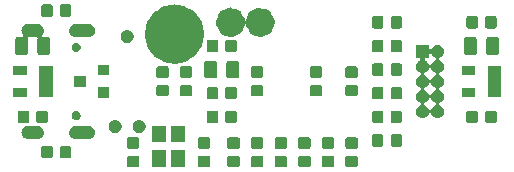
<source format=gbr>
G04 #@! TF.GenerationSoftware,KiCad,Pcbnew,(5.1.0)-1*
G04 #@! TF.CreationDate,2020-02-07T03:11:48-08:00*
G04 #@! TF.ProjectId,design,64657369-676e-42e6-9b69-6361645f7063,rev?*
G04 #@! TF.SameCoordinates,Original*
G04 #@! TF.FileFunction,Soldermask,Bot*
G04 #@! TF.FilePolarity,Negative*
%FSLAX46Y46*%
G04 Gerber Fmt 4.6, Leading zero omitted, Abs format (unit mm)*
G04 Created by KiCad (PCBNEW (5.1.0)-1) date 2020-02-07 03:11:48*
%MOMM*%
%LPD*%
G04 APERTURE LIST*
%ADD10C,2.500000*%
%ADD11C,1.500000*%
%ADD12C,0.100000*%
G04 APERTURE END LIST*
D10*
X154250000Y-52000000D02*
G75*
G03X154250000Y-52000000I-1250000J0D01*
G01*
D11*
X158250000Y-51000000D02*
G75*
G03X158250000Y-51000000I-500000J0D01*
G01*
X160750000Y-51000000D02*
G75*
G03X160750000Y-51000000I-500000J0D01*
G01*
D12*
G36*
X168379591Y-62303085D02*
G01*
X168413569Y-62313393D01*
X168444890Y-62330134D01*
X168472339Y-62352661D01*
X168494866Y-62380110D01*
X168511607Y-62411431D01*
X168521915Y-62445409D01*
X168526000Y-62486890D01*
X168526000Y-63088110D01*
X168521915Y-63129591D01*
X168511607Y-63163569D01*
X168494866Y-63194890D01*
X168472339Y-63222339D01*
X168444890Y-63244866D01*
X168413569Y-63261607D01*
X168379591Y-63271915D01*
X168338110Y-63276000D01*
X167661890Y-63276000D01*
X167620409Y-63271915D01*
X167586431Y-63261607D01*
X167555110Y-63244866D01*
X167527661Y-63222339D01*
X167505134Y-63194890D01*
X167488393Y-63163569D01*
X167478085Y-63129591D01*
X167474000Y-63088110D01*
X167474000Y-62486890D01*
X167478085Y-62445409D01*
X167488393Y-62411431D01*
X167505134Y-62380110D01*
X167527661Y-62352661D01*
X167555110Y-62330134D01*
X167586431Y-62313393D01*
X167620409Y-62303085D01*
X167661890Y-62299000D01*
X168338110Y-62299000D01*
X168379591Y-62303085D01*
X168379591Y-62303085D01*
G37*
G36*
X149879591Y-62303085D02*
G01*
X149913569Y-62313393D01*
X149944890Y-62330134D01*
X149972339Y-62352661D01*
X149994866Y-62380110D01*
X150011607Y-62411431D01*
X150021915Y-62445409D01*
X150026000Y-62486890D01*
X150026000Y-63088110D01*
X150021915Y-63129591D01*
X150011607Y-63163569D01*
X149994866Y-63194890D01*
X149972339Y-63222339D01*
X149944890Y-63244866D01*
X149913569Y-63261607D01*
X149879591Y-63271915D01*
X149838110Y-63276000D01*
X149161890Y-63276000D01*
X149120409Y-63271915D01*
X149086431Y-63261607D01*
X149055110Y-63244866D01*
X149027661Y-63222339D01*
X149005134Y-63194890D01*
X148988393Y-63163569D01*
X148978085Y-63129591D01*
X148974000Y-63088110D01*
X148974000Y-62486890D01*
X148978085Y-62445409D01*
X148988393Y-62411431D01*
X149005134Y-62380110D01*
X149027661Y-62352661D01*
X149055110Y-62330134D01*
X149086431Y-62313393D01*
X149120409Y-62303085D01*
X149161890Y-62299000D01*
X149838110Y-62299000D01*
X149879591Y-62303085D01*
X149879591Y-62303085D01*
G37*
G36*
X155879591Y-62303085D02*
G01*
X155913569Y-62313393D01*
X155944890Y-62330134D01*
X155972339Y-62352661D01*
X155994866Y-62380110D01*
X156011607Y-62411431D01*
X156021915Y-62445409D01*
X156026000Y-62486890D01*
X156026000Y-63088110D01*
X156021915Y-63129591D01*
X156011607Y-63163569D01*
X155994866Y-63194890D01*
X155972339Y-63222339D01*
X155944890Y-63244866D01*
X155913569Y-63261607D01*
X155879591Y-63271915D01*
X155838110Y-63276000D01*
X155161890Y-63276000D01*
X155120409Y-63271915D01*
X155086431Y-63261607D01*
X155055110Y-63244866D01*
X155027661Y-63222339D01*
X155005134Y-63194890D01*
X154988393Y-63163569D01*
X154978085Y-63129591D01*
X154974000Y-63088110D01*
X154974000Y-62486890D01*
X154978085Y-62445409D01*
X154988393Y-62411431D01*
X155005134Y-62380110D01*
X155027661Y-62352661D01*
X155055110Y-62330134D01*
X155086431Y-62313393D01*
X155120409Y-62303085D01*
X155161890Y-62299000D01*
X155838110Y-62299000D01*
X155879591Y-62303085D01*
X155879591Y-62303085D01*
G37*
G36*
X164379591Y-62303085D02*
G01*
X164413569Y-62313393D01*
X164444890Y-62330134D01*
X164472339Y-62352661D01*
X164494866Y-62380110D01*
X164511607Y-62411431D01*
X164521915Y-62445409D01*
X164526000Y-62486890D01*
X164526000Y-63088110D01*
X164521915Y-63129591D01*
X164511607Y-63163569D01*
X164494866Y-63194890D01*
X164472339Y-63222339D01*
X164444890Y-63244866D01*
X164413569Y-63261607D01*
X164379591Y-63271915D01*
X164338110Y-63276000D01*
X163661890Y-63276000D01*
X163620409Y-63271915D01*
X163586431Y-63261607D01*
X163555110Y-63244866D01*
X163527661Y-63222339D01*
X163505134Y-63194890D01*
X163488393Y-63163569D01*
X163478085Y-63129591D01*
X163474000Y-63088110D01*
X163474000Y-62486890D01*
X163478085Y-62445409D01*
X163488393Y-62411431D01*
X163505134Y-62380110D01*
X163527661Y-62352661D01*
X163555110Y-62330134D01*
X163586431Y-62313393D01*
X163620409Y-62303085D01*
X163661890Y-62299000D01*
X164338110Y-62299000D01*
X164379591Y-62303085D01*
X164379591Y-62303085D01*
G37*
G36*
X166379591Y-62303085D02*
G01*
X166413569Y-62313393D01*
X166444890Y-62330134D01*
X166472339Y-62352661D01*
X166494866Y-62380110D01*
X166511607Y-62411431D01*
X166521915Y-62445409D01*
X166526000Y-62486890D01*
X166526000Y-63088110D01*
X166521915Y-63129591D01*
X166511607Y-63163569D01*
X166494866Y-63194890D01*
X166472339Y-63222339D01*
X166444890Y-63244866D01*
X166413569Y-63261607D01*
X166379591Y-63271915D01*
X166338110Y-63276000D01*
X165661890Y-63276000D01*
X165620409Y-63271915D01*
X165586431Y-63261607D01*
X165555110Y-63244866D01*
X165527661Y-63222339D01*
X165505134Y-63194890D01*
X165488393Y-63163569D01*
X165478085Y-63129591D01*
X165474000Y-63088110D01*
X165474000Y-62486890D01*
X165478085Y-62445409D01*
X165488393Y-62411431D01*
X165505134Y-62380110D01*
X165527661Y-62352661D01*
X165555110Y-62330134D01*
X165586431Y-62313393D01*
X165620409Y-62303085D01*
X165661890Y-62299000D01*
X166338110Y-62299000D01*
X166379591Y-62303085D01*
X166379591Y-62303085D01*
G37*
G36*
X162379591Y-62303085D02*
G01*
X162413569Y-62313393D01*
X162444890Y-62330134D01*
X162472339Y-62352661D01*
X162494866Y-62380110D01*
X162511607Y-62411431D01*
X162521915Y-62445409D01*
X162526000Y-62486890D01*
X162526000Y-63088110D01*
X162521915Y-63129591D01*
X162511607Y-63163569D01*
X162494866Y-63194890D01*
X162472339Y-63222339D01*
X162444890Y-63244866D01*
X162413569Y-63261607D01*
X162379591Y-63271915D01*
X162338110Y-63276000D01*
X161661890Y-63276000D01*
X161620409Y-63271915D01*
X161586431Y-63261607D01*
X161555110Y-63244866D01*
X161527661Y-63222339D01*
X161505134Y-63194890D01*
X161488393Y-63163569D01*
X161478085Y-63129591D01*
X161474000Y-63088110D01*
X161474000Y-62486890D01*
X161478085Y-62445409D01*
X161488393Y-62411431D01*
X161505134Y-62380110D01*
X161527661Y-62352661D01*
X161555110Y-62330134D01*
X161586431Y-62313393D01*
X161620409Y-62303085D01*
X161661890Y-62299000D01*
X162338110Y-62299000D01*
X162379591Y-62303085D01*
X162379591Y-62303085D01*
G37*
G36*
X158379591Y-62303085D02*
G01*
X158413569Y-62313393D01*
X158444890Y-62330134D01*
X158472339Y-62352661D01*
X158494866Y-62380110D01*
X158511607Y-62411431D01*
X158521915Y-62445409D01*
X158526000Y-62486890D01*
X158526000Y-63088110D01*
X158521915Y-63129591D01*
X158511607Y-63163569D01*
X158494866Y-63194890D01*
X158472339Y-63222339D01*
X158444890Y-63244866D01*
X158413569Y-63261607D01*
X158379591Y-63271915D01*
X158338110Y-63276000D01*
X157661890Y-63276000D01*
X157620409Y-63271915D01*
X157586431Y-63261607D01*
X157555110Y-63244866D01*
X157527661Y-63222339D01*
X157505134Y-63194890D01*
X157488393Y-63163569D01*
X157478085Y-63129591D01*
X157474000Y-63088110D01*
X157474000Y-62486890D01*
X157478085Y-62445409D01*
X157488393Y-62411431D01*
X157505134Y-62380110D01*
X157527661Y-62352661D01*
X157555110Y-62330134D01*
X157586431Y-62313393D01*
X157620409Y-62303085D01*
X157661890Y-62299000D01*
X158338110Y-62299000D01*
X158379591Y-62303085D01*
X158379591Y-62303085D01*
G37*
G36*
X160379591Y-62303085D02*
G01*
X160413569Y-62313393D01*
X160444890Y-62330134D01*
X160472339Y-62352661D01*
X160494866Y-62380110D01*
X160511607Y-62411431D01*
X160521915Y-62445409D01*
X160526000Y-62486890D01*
X160526000Y-63088110D01*
X160521915Y-63129591D01*
X160511607Y-63163569D01*
X160494866Y-63194890D01*
X160472339Y-63222339D01*
X160444890Y-63244866D01*
X160413569Y-63261607D01*
X160379591Y-63271915D01*
X160338110Y-63276000D01*
X159661890Y-63276000D01*
X159620409Y-63271915D01*
X159586431Y-63261607D01*
X159555110Y-63244866D01*
X159527661Y-63222339D01*
X159505134Y-63194890D01*
X159488393Y-63163569D01*
X159478085Y-63129591D01*
X159474000Y-63088110D01*
X159474000Y-62486890D01*
X159478085Y-62445409D01*
X159488393Y-62411431D01*
X159505134Y-62380110D01*
X159527661Y-62352661D01*
X159555110Y-62330134D01*
X159586431Y-62313393D01*
X159620409Y-62303085D01*
X159661890Y-62299000D01*
X160338110Y-62299000D01*
X160379591Y-62303085D01*
X160379591Y-62303085D01*
G37*
G36*
X152276000Y-63251000D02*
G01*
X151074000Y-63251000D01*
X151074000Y-61849000D01*
X152276000Y-61849000D01*
X152276000Y-63251000D01*
X152276000Y-63251000D01*
G37*
G36*
X153926000Y-63251000D02*
G01*
X152724000Y-63251000D01*
X152724000Y-61849000D01*
X153926000Y-61849000D01*
X153926000Y-63251000D01*
X153926000Y-63251000D01*
G37*
G36*
X144129591Y-61478085D02*
G01*
X144163569Y-61488393D01*
X144194890Y-61505134D01*
X144222339Y-61527661D01*
X144244866Y-61555110D01*
X144261607Y-61586431D01*
X144271915Y-61620409D01*
X144276000Y-61661890D01*
X144276000Y-62338110D01*
X144271915Y-62379591D01*
X144261607Y-62413569D01*
X144244866Y-62444890D01*
X144222339Y-62472339D01*
X144194890Y-62494866D01*
X144163569Y-62511607D01*
X144129591Y-62521915D01*
X144088110Y-62526000D01*
X143486890Y-62526000D01*
X143445409Y-62521915D01*
X143411431Y-62511607D01*
X143380110Y-62494866D01*
X143352661Y-62472339D01*
X143330134Y-62444890D01*
X143313393Y-62413569D01*
X143303085Y-62379591D01*
X143299000Y-62338110D01*
X143299000Y-61661890D01*
X143303085Y-61620409D01*
X143313393Y-61586431D01*
X143330134Y-61555110D01*
X143352661Y-61527661D01*
X143380110Y-61505134D01*
X143411431Y-61488393D01*
X143445409Y-61478085D01*
X143486890Y-61474000D01*
X144088110Y-61474000D01*
X144129591Y-61478085D01*
X144129591Y-61478085D01*
G37*
G36*
X142554591Y-61478085D02*
G01*
X142588569Y-61488393D01*
X142619890Y-61505134D01*
X142647339Y-61527661D01*
X142669866Y-61555110D01*
X142686607Y-61586431D01*
X142696915Y-61620409D01*
X142701000Y-61661890D01*
X142701000Y-62338110D01*
X142696915Y-62379591D01*
X142686607Y-62413569D01*
X142669866Y-62444890D01*
X142647339Y-62472339D01*
X142619890Y-62494866D01*
X142588569Y-62511607D01*
X142554591Y-62521915D01*
X142513110Y-62526000D01*
X141911890Y-62526000D01*
X141870409Y-62521915D01*
X141836431Y-62511607D01*
X141805110Y-62494866D01*
X141777661Y-62472339D01*
X141755134Y-62444890D01*
X141738393Y-62413569D01*
X141728085Y-62379591D01*
X141724000Y-62338110D01*
X141724000Y-61661890D01*
X141728085Y-61620409D01*
X141738393Y-61586431D01*
X141755134Y-61555110D01*
X141777661Y-61527661D01*
X141805110Y-61505134D01*
X141836431Y-61488393D01*
X141870409Y-61478085D01*
X141911890Y-61474000D01*
X142513110Y-61474000D01*
X142554591Y-61478085D01*
X142554591Y-61478085D01*
G37*
G36*
X149879591Y-60728085D02*
G01*
X149913569Y-60738393D01*
X149944890Y-60755134D01*
X149972339Y-60777661D01*
X149994866Y-60805110D01*
X150011607Y-60836431D01*
X150021915Y-60870409D01*
X150026000Y-60911890D01*
X150026000Y-61513110D01*
X150021915Y-61554591D01*
X150011607Y-61588569D01*
X149994866Y-61619890D01*
X149972339Y-61647339D01*
X149944890Y-61669866D01*
X149913569Y-61686607D01*
X149879591Y-61696915D01*
X149838110Y-61701000D01*
X149161890Y-61701000D01*
X149120409Y-61696915D01*
X149086431Y-61686607D01*
X149055110Y-61669866D01*
X149027661Y-61647339D01*
X149005134Y-61619890D01*
X148988393Y-61588569D01*
X148978085Y-61554591D01*
X148974000Y-61513110D01*
X148974000Y-60911890D01*
X148978085Y-60870409D01*
X148988393Y-60836431D01*
X149005134Y-60805110D01*
X149027661Y-60777661D01*
X149055110Y-60755134D01*
X149086431Y-60738393D01*
X149120409Y-60728085D01*
X149161890Y-60724000D01*
X149838110Y-60724000D01*
X149879591Y-60728085D01*
X149879591Y-60728085D01*
G37*
G36*
X158379591Y-60728085D02*
G01*
X158413569Y-60738393D01*
X158444890Y-60755134D01*
X158472339Y-60777661D01*
X158494866Y-60805110D01*
X158511607Y-60836431D01*
X158521915Y-60870409D01*
X158526000Y-60911890D01*
X158526000Y-61513110D01*
X158521915Y-61554591D01*
X158511607Y-61588569D01*
X158494866Y-61619890D01*
X158472339Y-61647339D01*
X158444890Y-61669866D01*
X158413569Y-61686607D01*
X158379591Y-61696915D01*
X158338110Y-61701000D01*
X157661890Y-61701000D01*
X157620409Y-61696915D01*
X157586431Y-61686607D01*
X157555110Y-61669866D01*
X157527661Y-61647339D01*
X157505134Y-61619890D01*
X157488393Y-61588569D01*
X157478085Y-61554591D01*
X157474000Y-61513110D01*
X157474000Y-60911890D01*
X157478085Y-60870409D01*
X157488393Y-60836431D01*
X157505134Y-60805110D01*
X157527661Y-60777661D01*
X157555110Y-60755134D01*
X157586431Y-60738393D01*
X157620409Y-60728085D01*
X157661890Y-60724000D01*
X158338110Y-60724000D01*
X158379591Y-60728085D01*
X158379591Y-60728085D01*
G37*
G36*
X160379591Y-60728085D02*
G01*
X160413569Y-60738393D01*
X160444890Y-60755134D01*
X160472339Y-60777661D01*
X160494866Y-60805110D01*
X160511607Y-60836431D01*
X160521915Y-60870409D01*
X160526000Y-60911890D01*
X160526000Y-61513110D01*
X160521915Y-61554591D01*
X160511607Y-61588569D01*
X160494866Y-61619890D01*
X160472339Y-61647339D01*
X160444890Y-61669866D01*
X160413569Y-61686607D01*
X160379591Y-61696915D01*
X160338110Y-61701000D01*
X159661890Y-61701000D01*
X159620409Y-61696915D01*
X159586431Y-61686607D01*
X159555110Y-61669866D01*
X159527661Y-61647339D01*
X159505134Y-61619890D01*
X159488393Y-61588569D01*
X159478085Y-61554591D01*
X159474000Y-61513110D01*
X159474000Y-60911890D01*
X159478085Y-60870409D01*
X159488393Y-60836431D01*
X159505134Y-60805110D01*
X159527661Y-60777661D01*
X159555110Y-60755134D01*
X159586431Y-60738393D01*
X159620409Y-60728085D01*
X159661890Y-60724000D01*
X160338110Y-60724000D01*
X160379591Y-60728085D01*
X160379591Y-60728085D01*
G37*
G36*
X162379591Y-60728085D02*
G01*
X162413569Y-60738393D01*
X162444890Y-60755134D01*
X162472339Y-60777661D01*
X162494866Y-60805110D01*
X162511607Y-60836431D01*
X162521915Y-60870409D01*
X162526000Y-60911890D01*
X162526000Y-61513110D01*
X162521915Y-61554591D01*
X162511607Y-61588569D01*
X162494866Y-61619890D01*
X162472339Y-61647339D01*
X162444890Y-61669866D01*
X162413569Y-61686607D01*
X162379591Y-61696915D01*
X162338110Y-61701000D01*
X161661890Y-61701000D01*
X161620409Y-61696915D01*
X161586431Y-61686607D01*
X161555110Y-61669866D01*
X161527661Y-61647339D01*
X161505134Y-61619890D01*
X161488393Y-61588569D01*
X161478085Y-61554591D01*
X161474000Y-61513110D01*
X161474000Y-60911890D01*
X161478085Y-60870409D01*
X161488393Y-60836431D01*
X161505134Y-60805110D01*
X161527661Y-60777661D01*
X161555110Y-60755134D01*
X161586431Y-60738393D01*
X161620409Y-60728085D01*
X161661890Y-60724000D01*
X162338110Y-60724000D01*
X162379591Y-60728085D01*
X162379591Y-60728085D01*
G37*
G36*
X164379591Y-60728085D02*
G01*
X164413569Y-60738393D01*
X164444890Y-60755134D01*
X164472339Y-60777661D01*
X164494866Y-60805110D01*
X164511607Y-60836431D01*
X164521915Y-60870409D01*
X164526000Y-60911890D01*
X164526000Y-61513110D01*
X164521915Y-61554591D01*
X164511607Y-61588569D01*
X164494866Y-61619890D01*
X164472339Y-61647339D01*
X164444890Y-61669866D01*
X164413569Y-61686607D01*
X164379591Y-61696915D01*
X164338110Y-61701000D01*
X163661890Y-61701000D01*
X163620409Y-61696915D01*
X163586431Y-61686607D01*
X163555110Y-61669866D01*
X163527661Y-61647339D01*
X163505134Y-61619890D01*
X163488393Y-61588569D01*
X163478085Y-61554591D01*
X163474000Y-61513110D01*
X163474000Y-60911890D01*
X163478085Y-60870409D01*
X163488393Y-60836431D01*
X163505134Y-60805110D01*
X163527661Y-60777661D01*
X163555110Y-60755134D01*
X163586431Y-60738393D01*
X163620409Y-60728085D01*
X163661890Y-60724000D01*
X164338110Y-60724000D01*
X164379591Y-60728085D01*
X164379591Y-60728085D01*
G37*
G36*
X166379591Y-60728085D02*
G01*
X166413569Y-60738393D01*
X166444890Y-60755134D01*
X166472339Y-60777661D01*
X166494866Y-60805110D01*
X166511607Y-60836431D01*
X166521915Y-60870409D01*
X166526000Y-60911890D01*
X166526000Y-61513110D01*
X166521915Y-61554591D01*
X166511607Y-61588569D01*
X166494866Y-61619890D01*
X166472339Y-61647339D01*
X166444890Y-61669866D01*
X166413569Y-61686607D01*
X166379591Y-61696915D01*
X166338110Y-61701000D01*
X165661890Y-61701000D01*
X165620409Y-61696915D01*
X165586431Y-61686607D01*
X165555110Y-61669866D01*
X165527661Y-61647339D01*
X165505134Y-61619890D01*
X165488393Y-61588569D01*
X165478085Y-61554591D01*
X165474000Y-61513110D01*
X165474000Y-60911890D01*
X165478085Y-60870409D01*
X165488393Y-60836431D01*
X165505134Y-60805110D01*
X165527661Y-60777661D01*
X165555110Y-60755134D01*
X165586431Y-60738393D01*
X165620409Y-60728085D01*
X165661890Y-60724000D01*
X166338110Y-60724000D01*
X166379591Y-60728085D01*
X166379591Y-60728085D01*
G37*
G36*
X168379591Y-60728085D02*
G01*
X168413569Y-60738393D01*
X168444890Y-60755134D01*
X168472339Y-60777661D01*
X168494866Y-60805110D01*
X168511607Y-60836431D01*
X168521915Y-60870409D01*
X168526000Y-60911890D01*
X168526000Y-61513110D01*
X168521915Y-61554591D01*
X168511607Y-61588569D01*
X168494866Y-61619890D01*
X168472339Y-61647339D01*
X168444890Y-61669866D01*
X168413569Y-61686607D01*
X168379591Y-61696915D01*
X168338110Y-61701000D01*
X167661890Y-61701000D01*
X167620409Y-61696915D01*
X167586431Y-61686607D01*
X167555110Y-61669866D01*
X167527661Y-61647339D01*
X167505134Y-61619890D01*
X167488393Y-61588569D01*
X167478085Y-61554591D01*
X167474000Y-61513110D01*
X167474000Y-60911890D01*
X167478085Y-60870409D01*
X167488393Y-60836431D01*
X167505134Y-60805110D01*
X167527661Y-60777661D01*
X167555110Y-60755134D01*
X167586431Y-60738393D01*
X167620409Y-60728085D01*
X167661890Y-60724000D01*
X168338110Y-60724000D01*
X168379591Y-60728085D01*
X168379591Y-60728085D01*
G37*
G36*
X155879591Y-60728085D02*
G01*
X155913569Y-60738393D01*
X155944890Y-60755134D01*
X155972339Y-60777661D01*
X155994866Y-60805110D01*
X156011607Y-60836431D01*
X156021915Y-60870409D01*
X156026000Y-60911890D01*
X156026000Y-61513110D01*
X156021915Y-61554591D01*
X156011607Y-61588569D01*
X155994866Y-61619890D01*
X155972339Y-61647339D01*
X155944890Y-61669866D01*
X155913569Y-61686607D01*
X155879591Y-61696915D01*
X155838110Y-61701000D01*
X155161890Y-61701000D01*
X155120409Y-61696915D01*
X155086431Y-61686607D01*
X155055110Y-61669866D01*
X155027661Y-61647339D01*
X155005134Y-61619890D01*
X154988393Y-61588569D01*
X154978085Y-61554591D01*
X154974000Y-61513110D01*
X154974000Y-60911890D01*
X154978085Y-60870409D01*
X154988393Y-60836431D01*
X155005134Y-60805110D01*
X155027661Y-60777661D01*
X155055110Y-60755134D01*
X155086431Y-60738393D01*
X155120409Y-60728085D01*
X155161890Y-60724000D01*
X155838110Y-60724000D01*
X155879591Y-60728085D01*
X155879591Y-60728085D01*
G37*
G36*
X172129591Y-60478085D02*
G01*
X172163569Y-60488393D01*
X172194890Y-60505134D01*
X172222339Y-60527661D01*
X172244866Y-60555110D01*
X172261607Y-60586431D01*
X172271915Y-60620409D01*
X172276000Y-60661890D01*
X172276000Y-61338110D01*
X172271915Y-61379591D01*
X172261607Y-61413569D01*
X172244866Y-61444890D01*
X172222339Y-61472339D01*
X172194890Y-61494866D01*
X172163569Y-61511607D01*
X172129591Y-61521915D01*
X172088110Y-61526000D01*
X171486890Y-61526000D01*
X171445409Y-61521915D01*
X171411431Y-61511607D01*
X171380110Y-61494866D01*
X171352661Y-61472339D01*
X171330134Y-61444890D01*
X171313393Y-61413569D01*
X171303085Y-61379591D01*
X171299000Y-61338110D01*
X171299000Y-60661890D01*
X171303085Y-60620409D01*
X171313393Y-60586431D01*
X171330134Y-60555110D01*
X171352661Y-60527661D01*
X171380110Y-60505134D01*
X171411431Y-60488393D01*
X171445409Y-60478085D01*
X171486890Y-60474000D01*
X172088110Y-60474000D01*
X172129591Y-60478085D01*
X172129591Y-60478085D01*
G37*
G36*
X170554591Y-60478085D02*
G01*
X170588569Y-60488393D01*
X170619890Y-60505134D01*
X170647339Y-60527661D01*
X170669866Y-60555110D01*
X170686607Y-60586431D01*
X170696915Y-60620409D01*
X170701000Y-60661890D01*
X170701000Y-61338110D01*
X170696915Y-61379591D01*
X170686607Y-61413569D01*
X170669866Y-61444890D01*
X170647339Y-61472339D01*
X170619890Y-61494866D01*
X170588569Y-61511607D01*
X170554591Y-61521915D01*
X170513110Y-61526000D01*
X169911890Y-61526000D01*
X169870409Y-61521915D01*
X169836431Y-61511607D01*
X169805110Y-61494866D01*
X169777661Y-61472339D01*
X169755134Y-61444890D01*
X169738393Y-61413569D01*
X169728085Y-61379591D01*
X169724000Y-61338110D01*
X169724000Y-60661890D01*
X169728085Y-60620409D01*
X169738393Y-60586431D01*
X169755134Y-60555110D01*
X169777661Y-60527661D01*
X169805110Y-60505134D01*
X169836431Y-60488393D01*
X169870409Y-60478085D01*
X169911890Y-60474000D01*
X170513110Y-60474000D01*
X170554591Y-60478085D01*
X170554591Y-60478085D01*
G37*
G36*
X152276000Y-61151000D02*
G01*
X151074000Y-61151000D01*
X151074000Y-59749000D01*
X152276000Y-59749000D01*
X152276000Y-61151000D01*
X152276000Y-61151000D01*
G37*
G36*
X153926000Y-61151000D02*
G01*
X152724000Y-61151000D01*
X152724000Y-59749000D01*
X153926000Y-59749000D01*
X153926000Y-61151000D01*
X153926000Y-61151000D01*
G37*
G36*
X141456418Y-59766483D02*
G01*
X141491999Y-59775395D01*
X141508015Y-59776973D01*
X141611879Y-59808479D01*
X141639055Y-59823005D01*
X141707600Y-59859643D01*
X141791501Y-59928499D01*
X141860357Y-60012400D01*
X141890487Y-60068770D01*
X141911521Y-60108121D01*
X141943027Y-60211985D01*
X141953666Y-60320000D01*
X141943027Y-60428015D01*
X141911521Y-60531879D01*
X141896995Y-60559055D01*
X141860357Y-60627600D01*
X141791501Y-60711501D01*
X141707600Y-60780357D01*
X141639055Y-60816995D01*
X141611879Y-60831521D01*
X141508015Y-60863027D01*
X141427067Y-60871000D01*
X140572933Y-60871000D01*
X140491985Y-60863027D01*
X140388121Y-60831521D01*
X140360945Y-60816995D01*
X140292400Y-60780357D01*
X140208499Y-60711501D01*
X140139643Y-60627600D01*
X140103005Y-60559055D01*
X140088479Y-60531879D01*
X140056973Y-60428015D01*
X140046334Y-60320000D01*
X140056973Y-60211985D01*
X140088479Y-60108121D01*
X140109513Y-60068770D01*
X140139643Y-60012400D01*
X140208499Y-59928499D01*
X140292400Y-59859643D01*
X140360945Y-59823005D01*
X140388121Y-59808479D01*
X140491985Y-59776973D01*
X140508002Y-59775395D01*
X140532032Y-59770616D01*
X140548272Y-59763889D01*
X140582733Y-59769000D01*
X141417267Y-59769000D01*
X141441653Y-59766598D01*
X141451210Y-59763699D01*
X141456418Y-59766483D01*
X141456418Y-59766483D01*
G37*
G36*
X145838015Y-59776973D02*
G01*
X145941879Y-59808479D01*
X145969055Y-59823005D01*
X146037600Y-59859643D01*
X146121501Y-59928499D01*
X146190357Y-60012400D01*
X146220487Y-60068770D01*
X146241521Y-60108121D01*
X146273027Y-60211985D01*
X146283666Y-60320000D01*
X146273027Y-60428015D01*
X146241521Y-60531879D01*
X146226995Y-60559055D01*
X146190357Y-60627600D01*
X146121501Y-60711501D01*
X146037600Y-60780357D01*
X145969055Y-60816995D01*
X145941879Y-60831521D01*
X145838015Y-60863027D01*
X145757067Y-60871000D01*
X144602933Y-60871000D01*
X144521985Y-60863027D01*
X144418121Y-60831521D01*
X144390945Y-60816995D01*
X144322400Y-60780357D01*
X144238499Y-60711501D01*
X144169643Y-60627600D01*
X144133005Y-60559055D01*
X144118479Y-60531879D01*
X144086973Y-60428015D01*
X144076334Y-60320000D01*
X144086973Y-60211985D01*
X144118479Y-60108121D01*
X144139513Y-60068770D01*
X144169643Y-60012400D01*
X144238499Y-59928499D01*
X144322400Y-59859643D01*
X144390945Y-59823005D01*
X144418121Y-59808479D01*
X144521985Y-59776973D01*
X144602933Y-59769000D01*
X145757067Y-59769000D01*
X145838015Y-59776973D01*
X145838015Y-59776973D01*
G37*
G36*
X148090578Y-59274197D02*
G01*
X148143350Y-59284694D01*
X148242770Y-59325875D01*
X148332246Y-59385661D01*
X148408339Y-59461754D01*
X148468125Y-59551230D01*
X148509306Y-59650650D01*
X148530300Y-59756194D01*
X148530300Y-59863806D01*
X148509306Y-59969350D01*
X148468125Y-60068770D01*
X148408339Y-60158246D01*
X148332246Y-60234339D01*
X148242770Y-60294125D01*
X148143350Y-60335306D01*
X148090578Y-60345803D01*
X148037807Y-60356300D01*
X147930193Y-60356300D01*
X147877422Y-60345803D01*
X147824650Y-60335306D01*
X147725230Y-60294125D01*
X147635754Y-60234339D01*
X147559661Y-60158246D01*
X147499875Y-60068770D01*
X147458694Y-59969350D01*
X147437700Y-59863806D01*
X147437700Y-59756194D01*
X147458694Y-59650650D01*
X147499875Y-59551230D01*
X147559661Y-59461754D01*
X147635754Y-59385661D01*
X147725230Y-59325875D01*
X147824650Y-59284694D01*
X147877422Y-59274197D01*
X147930193Y-59263700D01*
X148037807Y-59263700D01*
X148090578Y-59274197D01*
X148090578Y-59274197D01*
G37*
G36*
X150122578Y-59274197D02*
G01*
X150175350Y-59284694D01*
X150274770Y-59325875D01*
X150364246Y-59385661D01*
X150440339Y-59461754D01*
X150500125Y-59551230D01*
X150541306Y-59650650D01*
X150562300Y-59756194D01*
X150562300Y-59863806D01*
X150541306Y-59969350D01*
X150500125Y-60068770D01*
X150440339Y-60158246D01*
X150364246Y-60234339D01*
X150274770Y-60294125D01*
X150175350Y-60335306D01*
X150122578Y-60345803D01*
X150069807Y-60356300D01*
X149962193Y-60356300D01*
X149909422Y-60345803D01*
X149856650Y-60335306D01*
X149757230Y-60294125D01*
X149667754Y-60234339D01*
X149591661Y-60158246D01*
X149531875Y-60068770D01*
X149490694Y-59969350D01*
X149469700Y-59863806D01*
X149469700Y-59756194D01*
X149490694Y-59650650D01*
X149531875Y-59551230D01*
X149591661Y-59461754D01*
X149667754Y-59385661D01*
X149757230Y-59325875D01*
X149856650Y-59284694D01*
X149909422Y-59274197D01*
X149962193Y-59263700D01*
X150069807Y-59263700D01*
X150122578Y-59274197D01*
X150122578Y-59274197D01*
G37*
G36*
X142129591Y-58478085D02*
G01*
X142163569Y-58488393D01*
X142194890Y-58505134D01*
X142222339Y-58527661D01*
X142244866Y-58555110D01*
X142261607Y-58586431D01*
X142271915Y-58620409D01*
X142276000Y-58661890D01*
X142276000Y-59338110D01*
X142271915Y-59379591D01*
X142261607Y-59413569D01*
X142244866Y-59444890D01*
X142222339Y-59472339D01*
X142194890Y-59494866D01*
X142163569Y-59511607D01*
X142129591Y-59521915D01*
X142088110Y-59526000D01*
X141504253Y-59526000D01*
X141479867Y-59528402D01*
X141469010Y-59531695D01*
X141453552Y-59524384D01*
X141411428Y-59511606D01*
X141380110Y-59494866D01*
X141352661Y-59472339D01*
X141330134Y-59444890D01*
X141313393Y-59413569D01*
X141303085Y-59379591D01*
X141299000Y-59338110D01*
X141299000Y-58661890D01*
X141303085Y-58620409D01*
X141313393Y-58586431D01*
X141330134Y-58555110D01*
X141352661Y-58527661D01*
X141380110Y-58505134D01*
X141411431Y-58488393D01*
X141445409Y-58478085D01*
X141486890Y-58474000D01*
X142088110Y-58474000D01*
X142129591Y-58478085D01*
X142129591Y-58478085D01*
G37*
G36*
X140554591Y-58478085D02*
G01*
X140588569Y-58488393D01*
X140619890Y-58505134D01*
X140647339Y-58527661D01*
X140669866Y-58555110D01*
X140686607Y-58586431D01*
X140696915Y-58620409D01*
X140701000Y-58661890D01*
X140701000Y-59338110D01*
X140696915Y-59379591D01*
X140686607Y-59413569D01*
X140669866Y-59444890D01*
X140647339Y-59472339D01*
X140619890Y-59494866D01*
X140588572Y-59511606D01*
X140546448Y-59524384D01*
X140530208Y-59531111D01*
X140495747Y-59526000D01*
X139911890Y-59526000D01*
X139870409Y-59521915D01*
X139836431Y-59511607D01*
X139805110Y-59494866D01*
X139777661Y-59472339D01*
X139755134Y-59444890D01*
X139738393Y-59413569D01*
X139728085Y-59379591D01*
X139724000Y-59338110D01*
X139724000Y-58661890D01*
X139728085Y-58620409D01*
X139738393Y-58586431D01*
X139755134Y-58555110D01*
X139777661Y-58527661D01*
X139805110Y-58505134D01*
X139836431Y-58488393D01*
X139870409Y-58478085D01*
X139911890Y-58474000D01*
X140513110Y-58474000D01*
X140554591Y-58478085D01*
X140554591Y-58478085D01*
G37*
G36*
X158129591Y-58478085D02*
G01*
X158163569Y-58488393D01*
X158194890Y-58505134D01*
X158222339Y-58527661D01*
X158244866Y-58555110D01*
X158261607Y-58586431D01*
X158271915Y-58620409D01*
X158276000Y-58661890D01*
X158276000Y-59338110D01*
X158271915Y-59379591D01*
X158261607Y-59413569D01*
X158244866Y-59444890D01*
X158222339Y-59472339D01*
X158194890Y-59494866D01*
X158163569Y-59511607D01*
X158129591Y-59521915D01*
X158088110Y-59526000D01*
X157486890Y-59526000D01*
X157445409Y-59521915D01*
X157411431Y-59511607D01*
X157380110Y-59494866D01*
X157352661Y-59472339D01*
X157330134Y-59444890D01*
X157313393Y-59413569D01*
X157303085Y-59379591D01*
X157299000Y-59338110D01*
X157299000Y-58661890D01*
X157303085Y-58620409D01*
X157313393Y-58586431D01*
X157330134Y-58555110D01*
X157352661Y-58527661D01*
X157380110Y-58505134D01*
X157411431Y-58488393D01*
X157445409Y-58478085D01*
X157486890Y-58474000D01*
X158088110Y-58474000D01*
X158129591Y-58478085D01*
X158129591Y-58478085D01*
G37*
G36*
X180129591Y-58478085D02*
G01*
X180163569Y-58488393D01*
X180194890Y-58505134D01*
X180222339Y-58527661D01*
X180244866Y-58555110D01*
X180261607Y-58586431D01*
X180271915Y-58620409D01*
X180276000Y-58661890D01*
X180276000Y-59338110D01*
X180271915Y-59379591D01*
X180261607Y-59413569D01*
X180244866Y-59444890D01*
X180222339Y-59472339D01*
X180194890Y-59494866D01*
X180163569Y-59511607D01*
X180129591Y-59521915D01*
X180088110Y-59526000D01*
X179486890Y-59526000D01*
X179445409Y-59521915D01*
X179411431Y-59511607D01*
X179380110Y-59494866D01*
X179352661Y-59472339D01*
X179330134Y-59444890D01*
X179313393Y-59413569D01*
X179303085Y-59379591D01*
X179299000Y-59338110D01*
X179299000Y-58661890D01*
X179303085Y-58620409D01*
X179313393Y-58586431D01*
X179330134Y-58555110D01*
X179352661Y-58527661D01*
X179380110Y-58505134D01*
X179411431Y-58488393D01*
X179445409Y-58478085D01*
X179486890Y-58474000D01*
X180088110Y-58474000D01*
X180129591Y-58478085D01*
X180129591Y-58478085D01*
G37*
G36*
X156554591Y-58478085D02*
G01*
X156588569Y-58488393D01*
X156619890Y-58505134D01*
X156647339Y-58527661D01*
X156669866Y-58555110D01*
X156686607Y-58586431D01*
X156696915Y-58620409D01*
X156701000Y-58661890D01*
X156701000Y-59338110D01*
X156696915Y-59379591D01*
X156686607Y-59413569D01*
X156669866Y-59444890D01*
X156647339Y-59472339D01*
X156619890Y-59494866D01*
X156588569Y-59511607D01*
X156554591Y-59521915D01*
X156513110Y-59526000D01*
X155911890Y-59526000D01*
X155870409Y-59521915D01*
X155836431Y-59511607D01*
X155805110Y-59494866D01*
X155777661Y-59472339D01*
X155755134Y-59444890D01*
X155738393Y-59413569D01*
X155728085Y-59379591D01*
X155724000Y-59338110D01*
X155724000Y-58661890D01*
X155728085Y-58620409D01*
X155738393Y-58586431D01*
X155755134Y-58555110D01*
X155777661Y-58527661D01*
X155805110Y-58505134D01*
X155836431Y-58488393D01*
X155870409Y-58478085D01*
X155911890Y-58474000D01*
X156513110Y-58474000D01*
X156554591Y-58478085D01*
X156554591Y-58478085D01*
G37*
G36*
X170554591Y-58478085D02*
G01*
X170588569Y-58488393D01*
X170619890Y-58505134D01*
X170647339Y-58527661D01*
X170669866Y-58555110D01*
X170686607Y-58586431D01*
X170696915Y-58620409D01*
X170701000Y-58661890D01*
X170701000Y-59338110D01*
X170696915Y-59379591D01*
X170686607Y-59413569D01*
X170669866Y-59444890D01*
X170647339Y-59472339D01*
X170619890Y-59494866D01*
X170588569Y-59511607D01*
X170554591Y-59521915D01*
X170513110Y-59526000D01*
X169911890Y-59526000D01*
X169870409Y-59521915D01*
X169836431Y-59511607D01*
X169805110Y-59494866D01*
X169777661Y-59472339D01*
X169755134Y-59444890D01*
X169738393Y-59413569D01*
X169728085Y-59379591D01*
X169724000Y-59338110D01*
X169724000Y-58661890D01*
X169728085Y-58620409D01*
X169738393Y-58586431D01*
X169755134Y-58555110D01*
X169777661Y-58527661D01*
X169805110Y-58505134D01*
X169836431Y-58488393D01*
X169870409Y-58478085D01*
X169911890Y-58474000D01*
X170513110Y-58474000D01*
X170554591Y-58478085D01*
X170554591Y-58478085D01*
G37*
G36*
X172129591Y-58478085D02*
G01*
X172163569Y-58488393D01*
X172194890Y-58505134D01*
X172222339Y-58527661D01*
X172244866Y-58555110D01*
X172261607Y-58586431D01*
X172271915Y-58620409D01*
X172276000Y-58661890D01*
X172276000Y-59338110D01*
X172271915Y-59379591D01*
X172261607Y-59413569D01*
X172244866Y-59444890D01*
X172222339Y-59472339D01*
X172194890Y-59494866D01*
X172163569Y-59511607D01*
X172129591Y-59521915D01*
X172088110Y-59526000D01*
X171486890Y-59526000D01*
X171445409Y-59521915D01*
X171411431Y-59511607D01*
X171380110Y-59494866D01*
X171352661Y-59472339D01*
X171330134Y-59444890D01*
X171313393Y-59413569D01*
X171303085Y-59379591D01*
X171299000Y-59338110D01*
X171299000Y-58661890D01*
X171303085Y-58620409D01*
X171313393Y-58586431D01*
X171330134Y-58555110D01*
X171352661Y-58527661D01*
X171380110Y-58505134D01*
X171411431Y-58488393D01*
X171445409Y-58478085D01*
X171486890Y-58474000D01*
X172088110Y-58474000D01*
X172129591Y-58478085D01*
X172129591Y-58478085D01*
G37*
G36*
X178554591Y-58478085D02*
G01*
X178588569Y-58488393D01*
X178619890Y-58505134D01*
X178647339Y-58527661D01*
X178669866Y-58555110D01*
X178686607Y-58586431D01*
X178696915Y-58620409D01*
X178701000Y-58661890D01*
X178701000Y-59338110D01*
X178696915Y-59379591D01*
X178686607Y-59413569D01*
X178669866Y-59444890D01*
X178647339Y-59472339D01*
X178619890Y-59494866D01*
X178588569Y-59511607D01*
X178554591Y-59521915D01*
X178513110Y-59526000D01*
X177911890Y-59526000D01*
X177870409Y-59521915D01*
X177836431Y-59511607D01*
X177805110Y-59494866D01*
X177777661Y-59472339D01*
X177755134Y-59444890D01*
X177738393Y-59413569D01*
X177728085Y-59379591D01*
X177724000Y-59338110D01*
X177724000Y-58661890D01*
X177728085Y-58620409D01*
X177738393Y-58586431D01*
X177755134Y-58555110D01*
X177777661Y-58527661D01*
X177805110Y-58505134D01*
X177836431Y-58488393D01*
X177870409Y-58478085D01*
X177911890Y-58474000D01*
X178513110Y-58474000D01*
X178554591Y-58478085D01*
X178554591Y-58478085D01*
G37*
G36*
X144753710Y-58519440D02*
G01*
X144824585Y-58540940D01*
X144889904Y-58575854D01*
X144947159Y-58622841D01*
X144994146Y-58680096D01*
X145029060Y-58745415D01*
X145050560Y-58816290D01*
X145057819Y-58890000D01*
X145050560Y-58963710D01*
X145029060Y-59034585D01*
X144994146Y-59099904D01*
X144947159Y-59157159D01*
X144889904Y-59204146D01*
X144824585Y-59239060D01*
X144753710Y-59260560D01*
X144698472Y-59266000D01*
X144661528Y-59266000D01*
X144606290Y-59260560D01*
X144535415Y-59239060D01*
X144470096Y-59204146D01*
X144412841Y-59157159D01*
X144365854Y-59099904D01*
X144330940Y-59034585D01*
X144309440Y-58963710D01*
X144302181Y-58890000D01*
X144309440Y-58816290D01*
X144330940Y-58745415D01*
X144365854Y-58680096D01*
X144412841Y-58622841D01*
X144470096Y-58575854D01*
X144535415Y-58540940D01*
X144606290Y-58519440D01*
X144661528Y-58514000D01*
X144698472Y-58514000D01*
X144753710Y-58519440D01*
X144753710Y-58519440D01*
G37*
G36*
X174551000Y-53137265D02*
G01*
X174553402Y-53161651D01*
X174560515Y-53185100D01*
X174572066Y-53206711D01*
X174587611Y-53225653D01*
X174606553Y-53241198D01*
X174628164Y-53252749D01*
X174651613Y-53259862D01*
X174675999Y-53262264D01*
X174700385Y-53259862D01*
X174723834Y-53252749D01*
X174745445Y-53241198D01*
X174764387Y-53225653D01*
X174779932Y-53206711D01*
X174786233Y-53196198D01*
X174809644Y-53152400D01*
X174878499Y-53068499D01*
X174962400Y-52999643D01*
X175030945Y-52963005D01*
X175058121Y-52948479D01*
X175161985Y-52916973D01*
X175242933Y-52909000D01*
X175297067Y-52909000D01*
X175378015Y-52916973D01*
X175481879Y-52948479D01*
X175509055Y-52963005D01*
X175577600Y-52999643D01*
X175661501Y-53068499D01*
X175730357Y-53152400D01*
X175766995Y-53220945D01*
X175781521Y-53248121D01*
X175813027Y-53351985D01*
X175823666Y-53460000D01*
X175813027Y-53568015D01*
X175781521Y-53671879D01*
X175781191Y-53672496D01*
X175730357Y-53767600D01*
X175661501Y-53851501D01*
X175577600Y-53920357D01*
X175509055Y-53956995D01*
X175481879Y-53971521D01*
X175469131Y-53975388D01*
X175446504Y-53984760D01*
X175426130Y-53998374D01*
X175408803Y-54015701D01*
X175395189Y-54036075D01*
X175385812Y-54058714D01*
X175381031Y-54082747D01*
X175381031Y-54107251D01*
X175385811Y-54131285D01*
X175395188Y-54153924D01*
X175408802Y-54174298D01*
X175426129Y-54191625D01*
X175446503Y-54205239D01*
X175469131Y-54214612D01*
X175481879Y-54218479D01*
X175508344Y-54232625D01*
X175577600Y-54269643D01*
X175661501Y-54338499D01*
X175730357Y-54422400D01*
X175760121Y-54478085D01*
X175781521Y-54518121D01*
X175813027Y-54621985D01*
X175823666Y-54730000D01*
X175813027Y-54838015D01*
X175781521Y-54941879D01*
X175781519Y-54941882D01*
X175730357Y-55037600D01*
X175661501Y-55121501D01*
X175577600Y-55190357D01*
X175509055Y-55226995D01*
X175481879Y-55241521D01*
X175469131Y-55245388D01*
X175446504Y-55254760D01*
X175426130Y-55268374D01*
X175408803Y-55285701D01*
X175395189Y-55306075D01*
X175385812Y-55328714D01*
X175381031Y-55352747D01*
X175381031Y-55377251D01*
X175385811Y-55401285D01*
X175395188Y-55423924D01*
X175408802Y-55444298D01*
X175426129Y-55461625D01*
X175446503Y-55475239D01*
X175469131Y-55484612D01*
X175481879Y-55488479D01*
X175493828Y-55494866D01*
X175577600Y-55539643D01*
X175661501Y-55608499D01*
X175730357Y-55692400D01*
X175759239Y-55746435D01*
X175781521Y-55788121D01*
X175813027Y-55891985D01*
X175823666Y-56000000D01*
X175813027Y-56108015D01*
X175781521Y-56211879D01*
X175781519Y-56211882D01*
X175730357Y-56307600D01*
X175661501Y-56391501D01*
X175577600Y-56460357D01*
X175525148Y-56488393D01*
X175481879Y-56511521D01*
X175469131Y-56515388D01*
X175446504Y-56524760D01*
X175426130Y-56538374D01*
X175408803Y-56555701D01*
X175395189Y-56576075D01*
X175385812Y-56598714D01*
X175381031Y-56622747D01*
X175381031Y-56647251D01*
X175385811Y-56671285D01*
X175395188Y-56693924D01*
X175408802Y-56714298D01*
X175426129Y-56731625D01*
X175446503Y-56745239D01*
X175469131Y-56754612D01*
X175481879Y-56758479D01*
X175509055Y-56773005D01*
X175577600Y-56809643D01*
X175661501Y-56878499D01*
X175730357Y-56962400D01*
X175766995Y-57030945D01*
X175781521Y-57058121D01*
X175813027Y-57161985D01*
X175823666Y-57270000D01*
X175813027Y-57378015D01*
X175781521Y-57481879D01*
X175781519Y-57481882D01*
X175730357Y-57577600D01*
X175661501Y-57661501D01*
X175577600Y-57730357D01*
X175509055Y-57766995D01*
X175481879Y-57781521D01*
X175469131Y-57785388D01*
X175446504Y-57794760D01*
X175426130Y-57808374D01*
X175408803Y-57825701D01*
X175395189Y-57846075D01*
X175385812Y-57868714D01*
X175381031Y-57892747D01*
X175381031Y-57917251D01*
X175385811Y-57941285D01*
X175395188Y-57963924D01*
X175408802Y-57984298D01*
X175426129Y-58001625D01*
X175446503Y-58015239D01*
X175469131Y-58024612D01*
X175481879Y-58028479D01*
X175509055Y-58043005D01*
X175577600Y-58079643D01*
X175661501Y-58148499D01*
X175730357Y-58232400D01*
X175766995Y-58300945D01*
X175781521Y-58328121D01*
X175813027Y-58431985D01*
X175823666Y-58540000D01*
X175813027Y-58648015D01*
X175781521Y-58751879D01*
X175781519Y-58751882D01*
X175730357Y-58847600D01*
X175661501Y-58931501D01*
X175577600Y-59000357D01*
X175513563Y-59034585D01*
X175481879Y-59051521D01*
X175378015Y-59083027D01*
X175297067Y-59091000D01*
X175242933Y-59091000D01*
X175161985Y-59083027D01*
X175058121Y-59051521D01*
X175026437Y-59034585D01*
X174962400Y-59000357D01*
X174878499Y-58931501D01*
X174809643Y-58847600D01*
X174758481Y-58751882D01*
X174758479Y-58751879D01*
X174754612Y-58739131D01*
X174745240Y-58716504D01*
X174731626Y-58696130D01*
X174714299Y-58678803D01*
X174693925Y-58665189D01*
X174671286Y-58655812D01*
X174647253Y-58651031D01*
X174622749Y-58651031D01*
X174598715Y-58655811D01*
X174576076Y-58665188D01*
X174555702Y-58678802D01*
X174538375Y-58696129D01*
X174524761Y-58716503D01*
X174515388Y-58739131D01*
X174511521Y-58751879D01*
X174511519Y-58751882D01*
X174460357Y-58847600D01*
X174391501Y-58931501D01*
X174307600Y-59000357D01*
X174243563Y-59034585D01*
X174211879Y-59051521D01*
X174108015Y-59083027D01*
X174027067Y-59091000D01*
X173972933Y-59091000D01*
X173891985Y-59083027D01*
X173788121Y-59051521D01*
X173756437Y-59034585D01*
X173692400Y-59000357D01*
X173608499Y-58931501D01*
X173539643Y-58847600D01*
X173488481Y-58751882D01*
X173488479Y-58751879D01*
X173456973Y-58648015D01*
X173446334Y-58540000D01*
X173456973Y-58431985D01*
X173488479Y-58328121D01*
X173503005Y-58300945D01*
X173539643Y-58232400D01*
X173608499Y-58148499D01*
X173692400Y-58079643D01*
X173760945Y-58043005D01*
X173788121Y-58028479D01*
X173800869Y-58024612D01*
X173823496Y-58015240D01*
X173843870Y-58001626D01*
X173861197Y-57984299D01*
X173874811Y-57963925D01*
X173884188Y-57941286D01*
X173888969Y-57917253D01*
X173888969Y-57892749D01*
X173888969Y-57892747D01*
X174111031Y-57892747D01*
X174111031Y-57917251D01*
X174115811Y-57941285D01*
X174125188Y-57963924D01*
X174138802Y-57984298D01*
X174156129Y-58001625D01*
X174176503Y-58015239D01*
X174199131Y-58024612D01*
X174211879Y-58028479D01*
X174239055Y-58043005D01*
X174307600Y-58079643D01*
X174391501Y-58148499D01*
X174460357Y-58232400D01*
X174496995Y-58300945D01*
X174511521Y-58328121D01*
X174515388Y-58340869D01*
X174524760Y-58363496D01*
X174538374Y-58383870D01*
X174555701Y-58401197D01*
X174576075Y-58414811D01*
X174598714Y-58424188D01*
X174622747Y-58428969D01*
X174647251Y-58428969D01*
X174671285Y-58424189D01*
X174693924Y-58414812D01*
X174714298Y-58401198D01*
X174731625Y-58383871D01*
X174745239Y-58363497D01*
X174754612Y-58340869D01*
X174758479Y-58328121D01*
X174773005Y-58300945D01*
X174809643Y-58232400D01*
X174878499Y-58148499D01*
X174962400Y-58079643D01*
X175030945Y-58043005D01*
X175058121Y-58028479D01*
X175070869Y-58024612D01*
X175093496Y-58015240D01*
X175113870Y-58001626D01*
X175131197Y-57984299D01*
X175144811Y-57963925D01*
X175154188Y-57941286D01*
X175158969Y-57917253D01*
X175158969Y-57892749D01*
X175154189Y-57868715D01*
X175144812Y-57846076D01*
X175131198Y-57825702D01*
X175113871Y-57808375D01*
X175093497Y-57794761D01*
X175070869Y-57785388D01*
X175058121Y-57781521D01*
X175030945Y-57766995D01*
X174962400Y-57730357D01*
X174878499Y-57661501D01*
X174809643Y-57577600D01*
X174758481Y-57481882D01*
X174758479Y-57481879D01*
X174754612Y-57469131D01*
X174745240Y-57446504D01*
X174731626Y-57426130D01*
X174714299Y-57408803D01*
X174693925Y-57395189D01*
X174671286Y-57385812D01*
X174647253Y-57381031D01*
X174622749Y-57381031D01*
X174598715Y-57385811D01*
X174576076Y-57395188D01*
X174555702Y-57408802D01*
X174538375Y-57426129D01*
X174524761Y-57446503D01*
X174515388Y-57469131D01*
X174511521Y-57481879D01*
X174511519Y-57481882D01*
X174460357Y-57577600D01*
X174391501Y-57661501D01*
X174307600Y-57730357D01*
X174239055Y-57766995D01*
X174211879Y-57781521D01*
X174199131Y-57785388D01*
X174176504Y-57794760D01*
X174156130Y-57808374D01*
X174138803Y-57825701D01*
X174125189Y-57846075D01*
X174115812Y-57868714D01*
X174111031Y-57892747D01*
X173888969Y-57892747D01*
X173884189Y-57868715D01*
X173874812Y-57846076D01*
X173861198Y-57825702D01*
X173843871Y-57808375D01*
X173823497Y-57794761D01*
X173800869Y-57785388D01*
X173788121Y-57781521D01*
X173760945Y-57766995D01*
X173692400Y-57730357D01*
X173608499Y-57661501D01*
X173539643Y-57577600D01*
X173488481Y-57481882D01*
X173488479Y-57481879D01*
X173456973Y-57378015D01*
X173446334Y-57270000D01*
X173456973Y-57161985D01*
X173488479Y-57058121D01*
X173503005Y-57030945D01*
X173539643Y-56962400D01*
X173608499Y-56878499D01*
X173692400Y-56809643D01*
X173760945Y-56773005D01*
X173788121Y-56758479D01*
X173800869Y-56754612D01*
X173823496Y-56745240D01*
X173843870Y-56731626D01*
X173861197Y-56714299D01*
X173874811Y-56693925D01*
X173884188Y-56671286D01*
X173888969Y-56647253D01*
X173888969Y-56622749D01*
X173888969Y-56622747D01*
X174111031Y-56622747D01*
X174111031Y-56647251D01*
X174115811Y-56671285D01*
X174125188Y-56693924D01*
X174138802Y-56714298D01*
X174156129Y-56731625D01*
X174176503Y-56745239D01*
X174199131Y-56754612D01*
X174211879Y-56758479D01*
X174239055Y-56773005D01*
X174307600Y-56809643D01*
X174391501Y-56878499D01*
X174460357Y-56962400D01*
X174496995Y-57030945D01*
X174511521Y-57058121D01*
X174515388Y-57070869D01*
X174524760Y-57093496D01*
X174538374Y-57113870D01*
X174555701Y-57131197D01*
X174576075Y-57144811D01*
X174598714Y-57154188D01*
X174622747Y-57158969D01*
X174647251Y-57158969D01*
X174671285Y-57154189D01*
X174693924Y-57144812D01*
X174714298Y-57131198D01*
X174731625Y-57113871D01*
X174745239Y-57093497D01*
X174754612Y-57070869D01*
X174758479Y-57058121D01*
X174773005Y-57030945D01*
X174809643Y-56962400D01*
X174878499Y-56878499D01*
X174962400Y-56809643D01*
X175030945Y-56773005D01*
X175058121Y-56758479D01*
X175070869Y-56754612D01*
X175093496Y-56745240D01*
X175113870Y-56731626D01*
X175131197Y-56714299D01*
X175144811Y-56693925D01*
X175154188Y-56671286D01*
X175158969Y-56647253D01*
X175158969Y-56622749D01*
X175154189Y-56598715D01*
X175144812Y-56576076D01*
X175131198Y-56555702D01*
X175113871Y-56538375D01*
X175093497Y-56524761D01*
X175070869Y-56515388D01*
X175058121Y-56511521D01*
X175014852Y-56488393D01*
X174962400Y-56460357D01*
X174878499Y-56391501D01*
X174809643Y-56307600D01*
X174758481Y-56211882D01*
X174758479Y-56211879D01*
X174754612Y-56199131D01*
X174745240Y-56176504D01*
X174731626Y-56156130D01*
X174714299Y-56138803D01*
X174693925Y-56125189D01*
X174671286Y-56115812D01*
X174647253Y-56111031D01*
X174622749Y-56111031D01*
X174598715Y-56115811D01*
X174576076Y-56125188D01*
X174555702Y-56138802D01*
X174538375Y-56156129D01*
X174524761Y-56176503D01*
X174515388Y-56199131D01*
X174511521Y-56211879D01*
X174511519Y-56211882D01*
X174460357Y-56307600D01*
X174391501Y-56391501D01*
X174307600Y-56460357D01*
X174255148Y-56488393D01*
X174211879Y-56511521D01*
X174199131Y-56515388D01*
X174176504Y-56524760D01*
X174156130Y-56538374D01*
X174138803Y-56555701D01*
X174125189Y-56576075D01*
X174115812Y-56598714D01*
X174111031Y-56622747D01*
X173888969Y-56622747D01*
X173884189Y-56598715D01*
X173874812Y-56576076D01*
X173861198Y-56555702D01*
X173843871Y-56538375D01*
X173823497Y-56524761D01*
X173800869Y-56515388D01*
X173788121Y-56511521D01*
X173744852Y-56488393D01*
X173692400Y-56460357D01*
X173608499Y-56391501D01*
X173539643Y-56307600D01*
X173488481Y-56211882D01*
X173488479Y-56211879D01*
X173456973Y-56108015D01*
X173446334Y-56000000D01*
X173456973Y-55891985D01*
X173488479Y-55788121D01*
X173510761Y-55746435D01*
X173539643Y-55692400D01*
X173608499Y-55608499D01*
X173692400Y-55539643D01*
X173776172Y-55494866D01*
X173788121Y-55488479D01*
X173800869Y-55484612D01*
X173823496Y-55475240D01*
X173843870Y-55461626D01*
X173861197Y-55444299D01*
X173874811Y-55423925D01*
X173884188Y-55401286D01*
X173888969Y-55377253D01*
X173888969Y-55352749D01*
X173888969Y-55352747D01*
X174111031Y-55352747D01*
X174111031Y-55377251D01*
X174115811Y-55401285D01*
X174125188Y-55423924D01*
X174138802Y-55444298D01*
X174156129Y-55461625D01*
X174176503Y-55475239D01*
X174199131Y-55484612D01*
X174211879Y-55488479D01*
X174223828Y-55494866D01*
X174307600Y-55539643D01*
X174391501Y-55608499D01*
X174460357Y-55692400D01*
X174489239Y-55746435D01*
X174511521Y-55788121D01*
X174515388Y-55800869D01*
X174524760Y-55823496D01*
X174538374Y-55843870D01*
X174555701Y-55861197D01*
X174576075Y-55874811D01*
X174598714Y-55884188D01*
X174622747Y-55888969D01*
X174647251Y-55888969D01*
X174671285Y-55884189D01*
X174693924Y-55874812D01*
X174714298Y-55861198D01*
X174731625Y-55843871D01*
X174745239Y-55823497D01*
X174754612Y-55800869D01*
X174758479Y-55788121D01*
X174780761Y-55746435D01*
X174809643Y-55692400D01*
X174878499Y-55608499D01*
X174962400Y-55539643D01*
X175046172Y-55494866D01*
X175058121Y-55488479D01*
X175070869Y-55484612D01*
X175093496Y-55475240D01*
X175113870Y-55461626D01*
X175131197Y-55444299D01*
X175144811Y-55423925D01*
X175154188Y-55401286D01*
X175158969Y-55377253D01*
X175158969Y-55352749D01*
X175154189Y-55328715D01*
X175144812Y-55306076D01*
X175131198Y-55285702D01*
X175113871Y-55268375D01*
X175093497Y-55254761D01*
X175070869Y-55245388D01*
X175058121Y-55241521D01*
X175030945Y-55226995D01*
X174962400Y-55190357D01*
X174878499Y-55121501D01*
X174809643Y-55037600D01*
X174758481Y-54941882D01*
X174758479Y-54941879D01*
X174754612Y-54929131D01*
X174745240Y-54906504D01*
X174731626Y-54886130D01*
X174714299Y-54868803D01*
X174693925Y-54855189D01*
X174671286Y-54845812D01*
X174647253Y-54841031D01*
X174622749Y-54841031D01*
X174598715Y-54845811D01*
X174576076Y-54855188D01*
X174555702Y-54868802D01*
X174538375Y-54886129D01*
X174524761Y-54906503D01*
X174515388Y-54929131D01*
X174511521Y-54941879D01*
X174511519Y-54941882D01*
X174460357Y-55037600D01*
X174391501Y-55121501D01*
X174307600Y-55190357D01*
X174239055Y-55226995D01*
X174211879Y-55241521D01*
X174199131Y-55245388D01*
X174176504Y-55254760D01*
X174156130Y-55268374D01*
X174138803Y-55285701D01*
X174125189Y-55306075D01*
X174115812Y-55328714D01*
X174111031Y-55352747D01*
X173888969Y-55352747D01*
X173884189Y-55328715D01*
X173874812Y-55306076D01*
X173861198Y-55285702D01*
X173843871Y-55268375D01*
X173823497Y-55254761D01*
X173800869Y-55245388D01*
X173788121Y-55241521D01*
X173760945Y-55226995D01*
X173692400Y-55190357D01*
X173608499Y-55121501D01*
X173539643Y-55037600D01*
X173488481Y-54941882D01*
X173488479Y-54941879D01*
X173456973Y-54838015D01*
X173446334Y-54730000D01*
X173456973Y-54621985D01*
X173488479Y-54518121D01*
X173509879Y-54478085D01*
X173539643Y-54422400D01*
X173608499Y-54338499D01*
X173643246Y-54309983D01*
X173692400Y-54269644D01*
X173736193Y-54246236D01*
X173756563Y-54232625D01*
X173773890Y-54215298D01*
X173787504Y-54194924D01*
X173796881Y-54172285D01*
X173801662Y-54148252D01*
X173801662Y-54135999D01*
X174197736Y-54135999D01*
X174200138Y-54160385D01*
X174207251Y-54183834D01*
X174218802Y-54205445D01*
X174234347Y-54224387D01*
X174253289Y-54239932D01*
X174263802Y-54246233D01*
X174307600Y-54269644D01*
X174356754Y-54309983D01*
X174391501Y-54338499D01*
X174460357Y-54422400D01*
X174490121Y-54478085D01*
X174511521Y-54518121D01*
X174515388Y-54530869D01*
X174524760Y-54553496D01*
X174538374Y-54573870D01*
X174555701Y-54591197D01*
X174576075Y-54604811D01*
X174598714Y-54614188D01*
X174622747Y-54618969D01*
X174647251Y-54618969D01*
X174671285Y-54614189D01*
X174693924Y-54604812D01*
X174714298Y-54591198D01*
X174731625Y-54573871D01*
X174745239Y-54553497D01*
X174754612Y-54530869D01*
X174758479Y-54518121D01*
X174779879Y-54478085D01*
X174809643Y-54422400D01*
X174878499Y-54338499D01*
X174962400Y-54269643D01*
X175031656Y-54232625D01*
X175058121Y-54218479D01*
X175070869Y-54214612D01*
X175093496Y-54205240D01*
X175113870Y-54191626D01*
X175131197Y-54174299D01*
X175144811Y-54153925D01*
X175154188Y-54131286D01*
X175158969Y-54107253D01*
X175158969Y-54082749D01*
X175154189Y-54058715D01*
X175144812Y-54036076D01*
X175131198Y-54015702D01*
X175113871Y-53998375D01*
X175093497Y-53984761D01*
X175070869Y-53975388D01*
X175058121Y-53971521D01*
X175030945Y-53956995D01*
X174962400Y-53920357D01*
X174878499Y-53851501D01*
X174809645Y-53767601D01*
X174800771Y-53751000D01*
X174786236Y-53723807D01*
X174772625Y-53703437D01*
X174755298Y-53686110D01*
X174734924Y-53672496D01*
X174712285Y-53663119D01*
X174688252Y-53658338D01*
X174663748Y-53658338D01*
X174639714Y-53663118D01*
X174617076Y-53672495D01*
X174596701Y-53686109D01*
X174579374Y-53703436D01*
X174565760Y-53723810D01*
X174556383Y-53746449D01*
X174551602Y-53770482D01*
X174551000Y-53782735D01*
X174551000Y-54011000D01*
X174322735Y-54011000D01*
X174298349Y-54013402D01*
X174274900Y-54020515D01*
X174253289Y-54032066D01*
X174234347Y-54047611D01*
X174218802Y-54066553D01*
X174207251Y-54088164D01*
X174200138Y-54111613D01*
X174197736Y-54135999D01*
X173801662Y-54135999D01*
X173801662Y-54123748D01*
X173796882Y-54099714D01*
X173787505Y-54077076D01*
X173773891Y-54056701D01*
X173756564Y-54039374D01*
X173736190Y-54025760D01*
X173713551Y-54016383D01*
X173689518Y-54011602D01*
X173677265Y-54011000D01*
X173449000Y-54011000D01*
X173449000Y-52909000D01*
X174551000Y-52909000D01*
X174551000Y-53137265D01*
X174551000Y-53137265D01*
G37*
G36*
X170554591Y-56478085D02*
G01*
X170588569Y-56488393D01*
X170619890Y-56505134D01*
X170647339Y-56527661D01*
X170669866Y-56555110D01*
X170686607Y-56586431D01*
X170696915Y-56620409D01*
X170701000Y-56661890D01*
X170701000Y-57338110D01*
X170696915Y-57379591D01*
X170686607Y-57413569D01*
X170669866Y-57444890D01*
X170647339Y-57472339D01*
X170619890Y-57494866D01*
X170588569Y-57511607D01*
X170554591Y-57521915D01*
X170513110Y-57526000D01*
X169911890Y-57526000D01*
X169870409Y-57521915D01*
X169836431Y-57511607D01*
X169805110Y-57494866D01*
X169777661Y-57472339D01*
X169755134Y-57444890D01*
X169738393Y-57413569D01*
X169728085Y-57379591D01*
X169724000Y-57338110D01*
X169724000Y-56661890D01*
X169728085Y-56620409D01*
X169738393Y-56586431D01*
X169755134Y-56555110D01*
X169777661Y-56527661D01*
X169805110Y-56505134D01*
X169836431Y-56488393D01*
X169870409Y-56478085D01*
X169911890Y-56474000D01*
X170513110Y-56474000D01*
X170554591Y-56478085D01*
X170554591Y-56478085D01*
G37*
G36*
X172129591Y-56478085D02*
G01*
X172163569Y-56488393D01*
X172194890Y-56505134D01*
X172222339Y-56527661D01*
X172244866Y-56555110D01*
X172261607Y-56586431D01*
X172271915Y-56620409D01*
X172276000Y-56661890D01*
X172276000Y-57338110D01*
X172271915Y-57379591D01*
X172261607Y-57413569D01*
X172244866Y-57444890D01*
X172222339Y-57472339D01*
X172194890Y-57494866D01*
X172163569Y-57511607D01*
X172129591Y-57521915D01*
X172088110Y-57526000D01*
X171486890Y-57526000D01*
X171445409Y-57521915D01*
X171411431Y-57511607D01*
X171380110Y-57494866D01*
X171352661Y-57472339D01*
X171330134Y-57444890D01*
X171313393Y-57413569D01*
X171303085Y-57379591D01*
X171299000Y-57338110D01*
X171299000Y-56661890D01*
X171303085Y-56620409D01*
X171313393Y-56586431D01*
X171330134Y-56555110D01*
X171352661Y-56527661D01*
X171380110Y-56505134D01*
X171411431Y-56488393D01*
X171445409Y-56478085D01*
X171486890Y-56474000D01*
X172088110Y-56474000D01*
X172129591Y-56478085D01*
X172129591Y-56478085D01*
G37*
G36*
X156554591Y-56478085D02*
G01*
X156588569Y-56488393D01*
X156619890Y-56505134D01*
X156647339Y-56527661D01*
X156669866Y-56555110D01*
X156686607Y-56586431D01*
X156696915Y-56620409D01*
X156701000Y-56661890D01*
X156701000Y-57338110D01*
X156696915Y-57379591D01*
X156686607Y-57413569D01*
X156669866Y-57444890D01*
X156647339Y-57472339D01*
X156619890Y-57494866D01*
X156588569Y-57511607D01*
X156554591Y-57521915D01*
X156513110Y-57526000D01*
X155911890Y-57526000D01*
X155870409Y-57521915D01*
X155836431Y-57511607D01*
X155805110Y-57494866D01*
X155777661Y-57472339D01*
X155755134Y-57444890D01*
X155738393Y-57413569D01*
X155728085Y-57379591D01*
X155724000Y-57338110D01*
X155724000Y-56661890D01*
X155728085Y-56620409D01*
X155738393Y-56586431D01*
X155755134Y-56555110D01*
X155777661Y-56527661D01*
X155805110Y-56505134D01*
X155836431Y-56488393D01*
X155870409Y-56478085D01*
X155911890Y-56474000D01*
X156513110Y-56474000D01*
X156554591Y-56478085D01*
X156554591Y-56478085D01*
G37*
G36*
X158129591Y-56478085D02*
G01*
X158163569Y-56488393D01*
X158194890Y-56505134D01*
X158222339Y-56527661D01*
X158244866Y-56555110D01*
X158261607Y-56586431D01*
X158271915Y-56620409D01*
X158276000Y-56661890D01*
X158276000Y-57338110D01*
X158271915Y-57379591D01*
X158261607Y-57413569D01*
X158244866Y-57444890D01*
X158222339Y-57472339D01*
X158194890Y-57494866D01*
X158163569Y-57511607D01*
X158129591Y-57521915D01*
X158088110Y-57526000D01*
X157486890Y-57526000D01*
X157445409Y-57521915D01*
X157411431Y-57511607D01*
X157380110Y-57494866D01*
X157352661Y-57472339D01*
X157330134Y-57444890D01*
X157313393Y-57413569D01*
X157303085Y-57379591D01*
X157299000Y-57338110D01*
X157299000Y-56661890D01*
X157303085Y-56620409D01*
X157313393Y-56586431D01*
X157330134Y-56555110D01*
X157352661Y-56527661D01*
X157380110Y-56505134D01*
X157411431Y-56488393D01*
X157445409Y-56478085D01*
X157486890Y-56474000D01*
X158088110Y-56474000D01*
X158129591Y-56478085D01*
X158129591Y-56478085D01*
G37*
G36*
X147501000Y-57401000D02*
G01*
X146499000Y-57401000D01*
X146499000Y-56499000D01*
X147501000Y-56499000D01*
X147501000Y-57401000D01*
X147501000Y-57401000D01*
G37*
G36*
X140481000Y-57326000D02*
G01*
X139319000Y-57326000D01*
X139319000Y-56574000D01*
X140481000Y-56574000D01*
X140481000Y-57326000D01*
X140481000Y-57326000D01*
G37*
G36*
X178481000Y-57326000D02*
G01*
X177319000Y-57326000D01*
X177319000Y-56574000D01*
X178481000Y-56574000D01*
X178481000Y-57326000D01*
X178481000Y-57326000D01*
G37*
G36*
X180681000Y-57326000D02*
G01*
X179519000Y-57326000D01*
X179519000Y-54674000D01*
X180681000Y-54674000D01*
X180681000Y-57326000D01*
X180681000Y-57326000D01*
G37*
G36*
X142681000Y-57326000D02*
G01*
X141519000Y-57326000D01*
X141519000Y-54674000D01*
X142681000Y-54674000D01*
X142681000Y-57326000D01*
X142681000Y-57326000D01*
G37*
G36*
X168379591Y-56303085D02*
G01*
X168413569Y-56313393D01*
X168444890Y-56330134D01*
X168472339Y-56352661D01*
X168494866Y-56380110D01*
X168511607Y-56411431D01*
X168521915Y-56445409D01*
X168526000Y-56486890D01*
X168526000Y-57088110D01*
X168521915Y-57129591D01*
X168511607Y-57163569D01*
X168494866Y-57194890D01*
X168472339Y-57222339D01*
X168444890Y-57244866D01*
X168413569Y-57261607D01*
X168379591Y-57271915D01*
X168338110Y-57276000D01*
X167661890Y-57276000D01*
X167620409Y-57271915D01*
X167586431Y-57261607D01*
X167555110Y-57244866D01*
X167527661Y-57222339D01*
X167505134Y-57194890D01*
X167488393Y-57163569D01*
X167478085Y-57129591D01*
X167474000Y-57088110D01*
X167474000Y-56486890D01*
X167478085Y-56445409D01*
X167488393Y-56411431D01*
X167505134Y-56380110D01*
X167527661Y-56352661D01*
X167555110Y-56330134D01*
X167586431Y-56313393D01*
X167620409Y-56303085D01*
X167661890Y-56299000D01*
X168338110Y-56299000D01*
X168379591Y-56303085D01*
X168379591Y-56303085D01*
G37*
G36*
X152379591Y-56303085D02*
G01*
X152413569Y-56313393D01*
X152444890Y-56330134D01*
X152472339Y-56352661D01*
X152494866Y-56380110D01*
X152511607Y-56411431D01*
X152521915Y-56445409D01*
X152526000Y-56486890D01*
X152526000Y-57088110D01*
X152521915Y-57129591D01*
X152511607Y-57163569D01*
X152494866Y-57194890D01*
X152472339Y-57222339D01*
X152444890Y-57244866D01*
X152413569Y-57261607D01*
X152379591Y-57271915D01*
X152338110Y-57276000D01*
X151661890Y-57276000D01*
X151620409Y-57271915D01*
X151586431Y-57261607D01*
X151555110Y-57244866D01*
X151527661Y-57222339D01*
X151505134Y-57194890D01*
X151488393Y-57163569D01*
X151478085Y-57129591D01*
X151474000Y-57088110D01*
X151474000Y-56486890D01*
X151478085Y-56445409D01*
X151488393Y-56411431D01*
X151505134Y-56380110D01*
X151527661Y-56352661D01*
X151555110Y-56330134D01*
X151586431Y-56313393D01*
X151620409Y-56303085D01*
X151661890Y-56299000D01*
X152338110Y-56299000D01*
X152379591Y-56303085D01*
X152379591Y-56303085D01*
G37*
G36*
X160379591Y-56303085D02*
G01*
X160413569Y-56313393D01*
X160444890Y-56330134D01*
X160472339Y-56352661D01*
X160494866Y-56380110D01*
X160511607Y-56411431D01*
X160521915Y-56445409D01*
X160526000Y-56486890D01*
X160526000Y-57088110D01*
X160521915Y-57129591D01*
X160511607Y-57163569D01*
X160494866Y-57194890D01*
X160472339Y-57222339D01*
X160444890Y-57244866D01*
X160413569Y-57261607D01*
X160379591Y-57271915D01*
X160338110Y-57276000D01*
X159661890Y-57276000D01*
X159620409Y-57271915D01*
X159586431Y-57261607D01*
X159555110Y-57244866D01*
X159527661Y-57222339D01*
X159505134Y-57194890D01*
X159488393Y-57163569D01*
X159478085Y-57129591D01*
X159474000Y-57088110D01*
X159474000Y-56486890D01*
X159478085Y-56445409D01*
X159488393Y-56411431D01*
X159505134Y-56380110D01*
X159527661Y-56352661D01*
X159555110Y-56330134D01*
X159586431Y-56313393D01*
X159620409Y-56303085D01*
X159661890Y-56299000D01*
X160338110Y-56299000D01*
X160379591Y-56303085D01*
X160379591Y-56303085D01*
G37*
G36*
X154379591Y-56303085D02*
G01*
X154413569Y-56313393D01*
X154444890Y-56330134D01*
X154472339Y-56352661D01*
X154494866Y-56380110D01*
X154511607Y-56411431D01*
X154521915Y-56445409D01*
X154526000Y-56486890D01*
X154526000Y-57088110D01*
X154521915Y-57129591D01*
X154511607Y-57163569D01*
X154494866Y-57194890D01*
X154472339Y-57222339D01*
X154444890Y-57244866D01*
X154413569Y-57261607D01*
X154379591Y-57271915D01*
X154338110Y-57276000D01*
X153661890Y-57276000D01*
X153620409Y-57271915D01*
X153586431Y-57261607D01*
X153555110Y-57244866D01*
X153527661Y-57222339D01*
X153505134Y-57194890D01*
X153488393Y-57163569D01*
X153478085Y-57129591D01*
X153474000Y-57088110D01*
X153474000Y-56486890D01*
X153478085Y-56445409D01*
X153488393Y-56411431D01*
X153505134Y-56380110D01*
X153527661Y-56352661D01*
X153555110Y-56330134D01*
X153586431Y-56313393D01*
X153620409Y-56303085D01*
X153661890Y-56299000D01*
X154338110Y-56299000D01*
X154379591Y-56303085D01*
X154379591Y-56303085D01*
G37*
G36*
X165379591Y-56303085D02*
G01*
X165413569Y-56313393D01*
X165444890Y-56330134D01*
X165472339Y-56352661D01*
X165494866Y-56380110D01*
X165511607Y-56411431D01*
X165521915Y-56445409D01*
X165526000Y-56486890D01*
X165526000Y-57088110D01*
X165521915Y-57129591D01*
X165511607Y-57163569D01*
X165494866Y-57194890D01*
X165472339Y-57222339D01*
X165444890Y-57244866D01*
X165413569Y-57261607D01*
X165379591Y-57271915D01*
X165338110Y-57276000D01*
X164661890Y-57276000D01*
X164620409Y-57271915D01*
X164586431Y-57261607D01*
X164555110Y-57244866D01*
X164527661Y-57222339D01*
X164505134Y-57194890D01*
X164488393Y-57163569D01*
X164478085Y-57129591D01*
X164474000Y-57088110D01*
X164474000Y-56486890D01*
X164478085Y-56445409D01*
X164488393Y-56411431D01*
X164505134Y-56380110D01*
X164527661Y-56352661D01*
X164555110Y-56330134D01*
X164586431Y-56313393D01*
X164620409Y-56303085D01*
X164661890Y-56299000D01*
X165338110Y-56299000D01*
X165379591Y-56303085D01*
X165379591Y-56303085D01*
G37*
G36*
X145501000Y-56451000D02*
G01*
X144499000Y-56451000D01*
X144499000Y-55549000D01*
X145501000Y-55549000D01*
X145501000Y-56451000D01*
X145501000Y-56451000D01*
G37*
G36*
X156434468Y-54253565D02*
G01*
X156473138Y-54265296D01*
X156508777Y-54284346D01*
X156540017Y-54309983D01*
X156565654Y-54341223D01*
X156584704Y-54376862D01*
X156596435Y-54415532D01*
X156601000Y-54461888D01*
X156601000Y-55538112D01*
X156596435Y-55584468D01*
X156584704Y-55623138D01*
X156565654Y-55658777D01*
X156540017Y-55690017D01*
X156508777Y-55715654D01*
X156473138Y-55734704D01*
X156434468Y-55746435D01*
X156388112Y-55751000D01*
X155736888Y-55751000D01*
X155690532Y-55746435D01*
X155651862Y-55734704D01*
X155616223Y-55715654D01*
X155584983Y-55690017D01*
X155559346Y-55658777D01*
X155540296Y-55623138D01*
X155528565Y-55584468D01*
X155524000Y-55538112D01*
X155524000Y-54461888D01*
X155528565Y-54415532D01*
X155540296Y-54376862D01*
X155559346Y-54341223D01*
X155584983Y-54309983D01*
X155616223Y-54284346D01*
X155651862Y-54265296D01*
X155690532Y-54253565D01*
X155736888Y-54249000D01*
X156388112Y-54249000D01*
X156434468Y-54253565D01*
X156434468Y-54253565D01*
G37*
G36*
X158309468Y-54253565D02*
G01*
X158348138Y-54265296D01*
X158383777Y-54284346D01*
X158415017Y-54309983D01*
X158440654Y-54341223D01*
X158459704Y-54376862D01*
X158471435Y-54415532D01*
X158476000Y-54461888D01*
X158476000Y-55538112D01*
X158471435Y-55584468D01*
X158459704Y-55623138D01*
X158440654Y-55658777D01*
X158415017Y-55690017D01*
X158383777Y-55715654D01*
X158348138Y-55734704D01*
X158309468Y-55746435D01*
X158263112Y-55751000D01*
X157611888Y-55751000D01*
X157565532Y-55746435D01*
X157526862Y-55734704D01*
X157491223Y-55715654D01*
X157459983Y-55690017D01*
X157434346Y-55658777D01*
X157415296Y-55623138D01*
X157403565Y-55584468D01*
X157399000Y-55538112D01*
X157399000Y-54461888D01*
X157403565Y-54415532D01*
X157415296Y-54376862D01*
X157434346Y-54341223D01*
X157459983Y-54309983D01*
X157491223Y-54284346D01*
X157526862Y-54265296D01*
X157565532Y-54253565D01*
X157611888Y-54249000D01*
X158263112Y-54249000D01*
X158309468Y-54253565D01*
X158309468Y-54253565D01*
G37*
G36*
X152379591Y-54728085D02*
G01*
X152413569Y-54738393D01*
X152444890Y-54755134D01*
X152472339Y-54777661D01*
X152494866Y-54805110D01*
X152511607Y-54836431D01*
X152521915Y-54870409D01*
X152526000Y-54911890D01*
X152526000Y-55513110D01*
X152521915Y-55554591D01*
X152511607Y-55588569D01*
X152494866Y-55619890D01*
X152472339Y-55647339D01*
X152444890Y-55669866D01*
X152413569Y-55686607D01*
X152379591Y-55696915D01*
X152338110Y-55701000D01*
X151661890Y-55701000D01*
X151620409Y-55696915D01*
X151586431Y-55686607D01*
X151555110Y-55669866D01*
X151527661Y-55647339D01*
X151505134Y-55619890D01*
X151488393Y-55588569D01*
X151478085Y-55554591D01*
X151474000Y-55513110D01*
X151474000Y-54911890D01*
X151478085Y-54870409D01*
X151488393Y-54836431D01*
X151505134Y-54805110D01*
X151527661Y-54777661D01*
X151555110Y-54755134D01*
X151586431Y-54738393D01*
X151620409Y-54728085D01*
X151661890Y-54724000D01*
X152338110Y-54724000D01*
X152379591Y-54728085D01*
X152379591Y-54728085D01*
G37*
G36*
X154379591Y-54728085D02*
G01*
X154413569Y-54738393D01*
X154444890Y-54755134D01*
X154472339Y-54777661D01*
X154494866Y-54805110D01*
X154511607Y-54836431D01*
X154521915Y-54870409D01*
X154526000Y-54911890D01*
X154526000Y-55513110D01*
X154521915Y-55554591D01*
X154511607Y-55588569D01*
X154494866Y-55619890D01*
X154472339Y-55647339D01*
X154444890Y-55669866D01*
X154413569Y-55686607D01*
X154379591Y-55696915D01*
X154338110Y-55701000D01*
X153661890Y-55701000D01*
X153620409Y-55696915D01*
X153586431Y-55686607D01*
X153555110Y-55669866D01*
X153527661Y-55647339D01*
X153505134Y-55619890D01*
X153488393Y-55588569D01*
X153478085Y-55554591D01*
X153474000Y-55513110D01*
X153474000Y-54911890D01*
X153478085Y-54870409D01*
X153488393Y-54836431D01*
X153505134Y-54805110D01*
X153527661Y-54777661D01*
X153555110Y-54755134D01*
X153586431Y-54738393D01*
X153620409Y-54728085D01*
X153661890Y-54724000D01*
X154338110Y-54724000D01*
X154379591Y-54728085D01*
X154379591Y-54728085D01*
G37*
G36*
X160379591Y-54728085D02*
G01*
X160413569Y-54738393D01*
X160444890Y-54755134D01*
X160472339Y-54777661D01*
X160494866Y-54805110D01*
X160511607Y-54836431D01*
X160521915Y-54870409D01*
X160526000Y-54911890D01*
X160526000Y-55513110D01*
X160521915Y-55554591D01*
X160511607Y-55588569D01*
X160494866Y-55619890D01*
X160472339Y-55647339D01*
X160444890Y-55669866D01*
X160413569Y-55686607D01*
X160379591Y-55696915D01*
X160338110Y-55701000D01*
X159661890Y-55701000D01*
X159620409Y-55696915D01*
X159586431Y-55686607D01*
X159555110Y-55669866D01*
X159527661Y-55647339D01*
X159505134Y-55619890D01*
X159488393Y-55588569D01*
X159478085Y-55554591D01*
X159474000Y-55513110D01*
X159474000Y-54911890D01*
X159478085Y-54870409D01*
X159488393Y-54836431D01*
X159505134Y-54805110D01*
X159527661Y-54777661D01*
X159555110Y-54755134D01*
X159586431Y-54738393D01*
X159620409Y-54728085D01*
X159661890Y-54724000D01*
X160338110Y-54724000D01*
X160379591Y-54728085D01*
X160379591Y-54728085D01*
G37*
G36*
X165379591Y-54728085D02*
G01*
X165413569Y-54738393D01*
X165444890Y-54755134D01*
X165472339Y-54777661D01*
X165494866Y-54805110D01*
X165511607Y-54836431D01*
X165521915Y-54870409D01*
X165526000Y-54911890D01*
X165526000Y-55513110D01*
X165521915Y-55554591D01*
X165511607Y-55588569D01*
X165494866Y-55619890D01*
X165472339Y-55647339D01*
X165444890Y-55669866D01*
X165413569Y-55686607D01*
X165379591Y-55696915D01*
X165338110Y-55701000D01*
X164661890Y-55701000D01*
X164620409Y-55696915D01*
X164586431Y-55686607D01*
X164555110Y-55669866D01*
X164527661Y-55647339D01*
X164505134Y-55619890D01*
X164488393Y-55588569D01*
X164478085Y-55554591D01*
X164474000Y-55513110D01*
X164474000Y-54911890D01*
X164478085Y-54870409D01*
X164488393Y-54836431D01*
X164505134Y-54805110D01*
X164527661Y-54777661D01*
X164555110Y-54755134D01*
X164586431Y-54738393D01*
X164620409Y-54728085D01*
X164661890Y-54724000D01*
X165338110Y-54724000D01*
X165379591Y-54728085D01*
X165379591Y-54728085D01*
G37*
G36*
X168379591Y-54728085D02*
G01*
X168413569Y-54738393D01*
X168444890Y-54755134D01*
X168472339Y-54777661D01*
X168494866Y-54805110D01*
X168511607Y-54836431D01*
X168521915Y-54870409D01*
X168526000Y-54911890D01*
X168526000Y-55513110D01*
X168521915Y-55554591D01*
X168511607Y-55588569D01*
X168494866Y-55619890D01*
X168472339Y-55647339D01*
X168444890Y-55669866D01*
X168413569Y-55686607D01*
X168379591Y-55696915D01*
X168338110Y-55701000D01*
X167661890Y-55701000D01*
X167620409Y-55696915D01*
X167586431Y-55686607D01*
X167555110Y-55669866D01*
X167527661Y-55647339D01*
X167505134Y-55619890D01*
X167488393Y-55588569D01*
X167478085Y-55554591D01*
X167474000Y-55513110D01*
X167474000Y-54911890D01*
X167478085Y-54870409D01*
X167488393Y-54836431D01*
X167505134Y-54805110D01*
X167527661Y-54777661D01*
X167555110Y-54755134D01*
X167586431Y-54738393D01*
X167620409Y-54728085D01*
X167661890Y-54724000D01*
X168338110Y-54724000D01*
X168379591Y-54728085D01*
X168379591Y-54728085D01*
G37*
G36*
X172129591Y-54478085D02*
G01*
X172163569Y-54488393D01*
X172194890Y-54505134D01*
X172222339Y-54527661D01*
X172244866Y-54555110D01*
X172261607Y-54586431D01*
X172271915Y-54620409D01*
X172276000Y-54661890D01*
X172276000Y-55338110D01*
X172271915Y-55379591D01*
X172261607Y-55413569D01*
X172244866Y-55444890D01*
X172222339Y-55472339D01*
X172194890Y-55494866D01*
X172163569Y-55511607D01*
X172129591Y-55521915D01*
X172088110Y-55526000D01*
X171486890Y-55526000D01*
X171445409Y-55521915D01*
X171411431Y-55511607D01*
X171380110Y-55494866D01*
X171352661Y-55472339D01*
X171330134Y-55444890D01*
X171313393Y-55413569D01*
X171303085Y-55379591D01*
X171299000Y-55338110D01*
X171299000Y-54661890D01*
X171303085Y-54620409D01*
X171313393Y-54586431D01*
X171330134Y-54555110D01*
X171352661Y-54527661D01*
X171380110Y-54505134D01*
X171411431Y-54488393D01*
X171445409Y-54478085D01*
X171486890Y-54474000D01*
X172088110Y-54474000D01*
X172129591Y-54478085D01*
X172129591Y-54478085D01*
G37*
G36*
X170554591Y-54478085D02*
G01*
X170588569Y-54488393D01*
X170619890Y-54505134D01*
X170647339Y-54527661D01*
X170669866Y-54555110D01*
X170686607Y-54586431D01*
X170696915Y-54620409D01*
X170701000Y-54661890D01*
X170701000Y-55338110D01*
X170696915Y-55379591D01*
X170686607Y-55413569D01*
X170669866Y-55444890D01*
X170647339Y-55472339D01*
X170619890Y-55494866D01*
X170588569Y-55511607D01*
X170554591Y-55521915D01*
X170513110Y-55526000D01*
X169911890Y-55526000D01*
X169870409Y-55521915D01*
X169836431Y-55511607D01*
X169805110Y-55494866D01*
X169777661Y-55472339D01*
X169755134Y-55444890D01*
X169738393Y-55413569D01*
X169728085Y-55379591D01*
X169724000Y-55338110D01*
X169724000Y-54661890D01*
X169728085Y-54620409D01*
X169738393Y-54586431D01*
X169755134Y-54555110D01*
X169777661Y-54527661D01*
X169805110Y-54505134D01*
X169836431Y-54488393D01*
X169870409Y-54478085D01*
X169911890Y-54474000D01*
X170513110Y-54474000D01*
X170554591Y-54478085D01*
X170554591Y-54478085D01*
G37*
G36*
X147501000Y-55501000D02*
G01*
X146499000Y-55501000D01*
X146499000Y-54599000D01*
X147501000Y-54599000D01*
X147501000Y-55501000D01*
X147501000Y-55501000D01*
G37*
G36*
X140481000Y-55426000D02*
G01*
X139319000Y-55426000D01*
X139319000Y-54674000D01*
X140481000Y-54674000D01*
X140481000Y-55426000D01*
X140481000Y-55426000D01*
G37*
G36*
X178481000Y-55426000D02*
G01*
X177319000Y-55426000D01*
X177319000Y-54674000D01*
X178481000Y-54674000D01*
X178481000Y-55426000D01*
X178481000Y-55426000D01*
G37*
G36*
X180309468Y-52253565D02*
G01*
X180348138Y-52265296D01*
X180383777Y-52284346D01*
X180415017Y-52309983D01*
X180440654Y-52341223D01*
X180459704Y-52376862D01*
X180471435Y-52415532D01*
X180476000Y-52461888D01*
X180476000Y-53538112D01*
X180471435Y-53584468D01*
X180459704Y-53623138D01*
X180440654Y-53658777D01*
X180415017Y-53690017D01*
X180383777Y-53715654D01*
X180348138Y-53734704D01*
X180309468Y-53746435D01*
X180263112Y-53751000D01*
X179611888Y-53751000D01*
X179565532Y-53746435D01*
X179526862Y-53734704D01*
X179491223Y-53715654D01*
X179459983Y-53690017D01*
X179434346Y-53658777D01*
X179415296Y-53623138D01*
X179403565Y-53584468D01*
X179399000Y-53538112D01*
X179399000Y-52461888D01*
X179403565Y-52415532D01*
X179415296Y-52376862D01*
X179434346Y-52341223D01*
X179459983Y-52309983D01*
X179491223Y-52284346D01*
X179526862Y-52265296D01*
X179565532Y-52253565D01*
X179611888Y-52249000D01*
X180263112Y-52249000D01*
X180309468Y-52253565D01*
X180309468Y-52253565D01*
G37*
G36*
X178434468Y-52253565D02*
G01*
X178473138Y-52265296D01*
X178508777Y-52284346D01*
X178540017Y-52309983D01*
X178565654Y-52341223D01*
X178584704Y-52376862D01*
X178596435Y-52415532D01*
X178601000Y-52461888D01*
X178601000Y-53538112D01*
X178596435Y-53584468D01*
X178584704Y-53623138D01*
X178565654Y-53658777D01*
X178540017Y-53690017D01*
X178508777Y-53715654D01*
X178473138Y-53734704D01*
X178434468Y-53746435D01*
X178388112Y-53751000D01*
X177736888Y-53751000D01*
X177690532Y-53746435D01*
X177651862Y-53734704D01*
X177616223Y-53715654D01*
X177584983Y-53690017D01*
X177559346Y-53658777D01*
X177540296Y-53623138D01*
X177528565Y-53584468D01*
X177524000Y-53538112D01*
X177524000Y-52461888D01*
X177528565Y-52415532D01*
X177540296Y-52376862D01*
X177559346Y-52341223D01*
X177584983Y-52309983D01*
X177616223Y-52284346D01*
X177651862Y-52265296D01*
X177690532Y-52253565D01*
X177736888Y-52249000D01*
X178388112Y-52249000D01*
X178434468Y-52253565D01*
X178434468Y-52253565D01*
G37*
G36*
X141508015Y-51136973D02*
G01*
X141611879Y-51168479D01*
X141639055Y-51183005D01*
X141707600Y-51219643D01*
X141791501Y-51288499D01*
X141860357Y-51372400D01*
X141882362Y-51413569D01*
X141911521Y-51468121D01*
X141943027Y-51571985D01*
X141953666Y-51680000D01*
X141943027Y-51788015D01*
X141911521Y-51891879D01*
X141911519Y-51891882D01*
X141860357Y-51987600D01*
X141813494Y-52044702D01*
X141799880Y-52065077D01*
X141790502Y-52087715D01*
X141785722Y-52111749D01*
X141785722Y-52136253D01*
X141790502Y-52160286D01*
X141799880Y-52182925D01*
X141813493Y-52203299D01*
X141830820Y-52220626D01*
X141851195Y-52234240D01*
X141873833Y-52243618D01*
X141897867Y-52248398D01*
X141910119Y-52249000D01*
X142263112Y-52249000D01*
X142309468Y-52253565D01*
X142348138Y-52265296D01*
X142383777Y-52284346D01*
X142415017Y-52309983D01*
X142440654Y-52341223D01*
X142459704Y-52376862D01*
X142471435Y-52415532D01*
X142476000Y-52461888D01*
X142476000Y-53538112D01*
X142471435Y-53584468D01*
X142459704Y-53623138D01*
X142440654Y-53658777D01*
X142415017Y-53690017D01*
X142383777Y-53715654D01*
X142348138Y-53734704D01*
X142309468Y-53746435D01*
X142263112Y-53751000D01*
X141611888Y-53751000D01*
X141565532Y-53746435D01*
X141526862Y-53734704D01*
X141491223Y-53715654D01*
X141459983Y-53690017D01*
X141434346Y-53658777D01*
X141415296Y-53623138D01*
X141403565Y-53584468D01*
X141399000Y-53538112D01*
X141399000Y-52461888D01*
X141403565Y-52415536D01*
X141410618Y-52392287D01*
X141415399Y-52368254D01*
X141415399Y-52343749D01*
X141410619Y-52319716D01*
X141401242Y-52297077D01*
X141387629Y-52276702D01*
X141370302Y-52259375D01*
X141349928Y-52245761D01*
X141327290Y-52236383D01*
X141303257Y-52231602D01*
X141291002Y-52231000D01*
X140708998Y-52231000D01*
X140684612Y-52233402D01*
X140661163Y-52240515D01*
X140639552Y-52252066D01*
X140620610Y-52267611D01*
X140605065Y-52286553D01*
X140593514Y-52308164D01*
X140586401Y-52331613D01*
X140583999Y-52355999D01*
X140586401Y-52380385D01*
X140589382Y-52392287D01*
X140596435Y-52415536D01*
X140601000Y-52461888D01*
X140601000Y-53538112D01*
X140596435Y-53584468D01*
X140584704Y-53623138D01*
X140565654Y-53658777D01*
X140540017Y-53690017D01*
X140508777Y-53715654D01*
X140473138Y-53734704D01*
X140434468Y-53746435D01*
X140388112Y-53751000D01*
X139736888Y-53751000D01*
X139690532Y-53746435D01*
X139651862Y-53734704D01*
X139616223Y-53715654D01*
X139584983Y-53690017D01*
X139559346Y-53658777D01*
X139540296Y-53623138D01*
X139528565Y-53584468D01*
X139524000Y-53538112D01*
X139524000Y-52461888D01*
X139528565Y-52415532D01*
X139540296Y-52376862D01*
X139559346Y-52341223D01*
X139584983Y-52309983D01*
X139616223Y-52284346D01*
X139651862Y-52265296D01*
X139690532Y-52253565D01*
X139736888Y-52249000D01*
X140089881Y-52249000D01*
X140114267Y-52246598D01*
X140137716Y-52239485D01*
X140159327Y-52227934D01*
X140178269Y-52212389D01*
X140193814Y-52193447D01*
X140205365Y-52171836D01*
X140212478Y-52148387D01*
X140214880Y-52124001D01*
X140212478Y-52099615D01*
X140205365Y-52076166D01*
X140193814Y-52054555D01*
X140186506Y-52044702D01*
X140139643Y-51987600D01*
X140088481Y-51891882D01*
X140088479Y-51891879D01*
X140056973Y-51788015D01*
X140046334Y-51680000D01*
X140056973Y-51571985D01*
X140088479Y-51468121D01*
X140117638Y-51413569D01*
X140139643Y-51372400D01*
X140208499Y-51288499D01*
X140292400Y-51219643D01*
X140360945Y-51183005D01*
X140388121Y-51168479D01*
X140491985Y-51136973D01*
X140572933Y-51129000D01*
X141427067Y-51129000D01*
X141508015Y-51136973D01*
X141508015Y-51136973D01*
G37*
G36*
X170554591Y-52478085D02*
G01*
X170588569Y-52488393D01*
X170619890Y-52505134D01*
X170647339Y-52527661D01*
X170669866Y-52555110D01*
X170686607Y-52586431D01*
X170696915Y-52620409D01*
X170701000Y-52661890D01*
X170701000Y-53338110D01*
X170696915Y-53379591D01*
X170686607Y-53413569D01*
X170669866Y-53444890D01*
X170647339Y-53472339D01*
X170619890Y-53494866D01*
X170588569Y-53511607D01*
X170554591Y-53521915D01*
X170513110Y-53526000D01*
X169911890Y-53526000D01*
X169870409Y-53521915D01*
X169836431Y-53511607D01*
X169805110Y-53494866D01*
X169777661Y-53472339D01*
X169755134Y-53444890D01*
X169738393Y-53413569D01*
X169728085Y-53379591D01*
X169724000Y-53338110D01*
X169724000Y-52661890D01*
X169728085Y-52620409D01*
X169738393Y-52586431D01*
X169755134Y-52555110D01*
X169777661Y-52527661D01*
X169805110Y-52505134D01*
X169836431Y-52488393D01*
X169870409Y-52478085D01*
X169911890Y-52474000D01*
X170513110Y-52474000D01*
X170554591Y-52478085D01*
X170554591Y-52478085D01*
G37*
G36*
X156554591Y-52478085D02*
G01*
X156588569Y-52488393D01*
X156619890Y-52505134D01*
X156647339Y-52527661D01*
X156669866Y-52555110D01*
X156686607Y-52586431D01*
X156696915Y-52620409D01*
X156701000Y-52661890D01*
X156701000Y-53338110D01*
X156696915Y-53379591D01*
X156686607Y-53413569D01*
X156669866Y-53444890D01*
X156647339Y-53472339D01*
X156619890Y-53494866D01*
X156588569Y-53511607D01*
X156554591Y-53521915D01*
X156513110Y-53526000D01*
X155911890Y-53526000D01*
X155870409Y-53521915D01*
X155836431Y-53511607D01*
X155805110Y-53494866D01*
X155777661Y-53472339D01*
X155755134Y-53444890D01*
X155738393Y-53413569D01*
X155728085Y-53379591D01*
X155724000Y-53338110D01*
X155724000Y-52661890D01*
X155728085Y-52620409D01*
X155738393Y-52586431D01*
X155755134Y-52555110D01*
X155777661Y-52527661D01*
X155805110Y-52505134D01*
X155836431Y-52488393D01*
X155870409Y-52478085D01*
X155911890Y-52474000D01*
X156513110Y-52474000D01*
X156554591Y-52478085D01*
X156554591Y-52478085D01*
G37*
G36*
X158129591Y-52478085D02*
G01*
X158163569Y-52488393D01*
X158194890Y-52505134D01*
X158222339Y-52527661D01*
X158244866Y-52555110D01*
X158261607Y-52586431D01*
X158271915Y-52620409D01*
X158276000Y-52661890D01*
X158276000Y-53338110D01*
X158271915Y-53379591D01*
X158261607Y-53413569D01*
X158244866Y-53444890D01*
X158222339Y-53472339D01*
X158194890Y-53494866D01*
X158163569Y-53511607D01*
X158129591Y-53521915D01*
X158088110Y-53526000D01*
X157486890Y-53526000D01*
X157445409Y-53521915D01*
X157411431Y-53511607D01*
X157380110Y-53494866D01*
X157352661Y-53472339D01*
X157330134Y-53444890D01*
X157313393Y-53413569D01*
X157303085Y-53379591D01*
X157299000Y-53338110D01*
X157299000Y-52661890D01*
X157303085Y-52620409D01*
X157313393Y-52586431D01*
X157330134Y-52555110D01*
X157352661Y-52527661D01*
X157380110Y-52505134D01*
X157411431Y-52488393D01*
X157445409Y-52478085D01*
X157486890Y-52474000D01*
X158088110Y-52474000D01*
X158129591Y-52478085D01*
X158129591Y-52478085D01*
G37*
G36*
X172129591Y-52478085D02*
G01*
X172163569Y-52488393D01*
X172194890Y-52505134D01*
X172222339Y-52527661D01*
X172244866Y-52555110D01*
X172261607Y-52586431D01*
X172271915Y-52620409D01*
X172276000Y-52661890D01*
X172276000Y-53338110D01*
X172271915Y-53379591D01*
X172261607Y-53413569D01*
X172244866Y-53444890D01*
X172222339Y-53472339D01*
X172194890Y-53494866D01*
X172163569Y-53511607D01*
X172129591Y-53521915D01*
X172088110Y-53526000D01*
X171486890Y-53526000D01*
X171445409Y-53521915D01*
X171411431Y-53511607D01*
X171380110Y-53494866D01*
X171352661Y-53472339D01*
X171330134Y-53444890D01*
X171313393Y-53413569D01*
X171303085Y-53379591D01*
X171299000Y-53338110D01*
X171299000Y-52661890D01*
X171303085Y-52620409D01*
X171313393Y-52586431D01*
X171330134Y-52555110D01*
X171352661Y-52527661D01*
X171380110Y-52505134D01*
X171411431Y-52488393D01*
X171445409Y-52478085D01*
X171486890Y-52474000D01*
X172088110Y-52474000D01*
X172129591Y-52478085D01*
X172129591Y-52478085D01*
G37*
G36*
X144753710Y-52739440D02*
G01*
X144824585Y-52760940D01*
X144889904Y-52795854D01*
X144947159Y-52842841D01*
X144994146Y-52900096D01*
X145029060Y-52965415D01*
X145050560Y-53036290D01*
X145057819Y-53110000D01*
X145050560Y-53183710D01*
X145029060Y-53254585D01*
X144994146Y-53319904D01*
X144947159Y-53377159D01*
X144889904Y-53424146D01*
X144824585Y-53459060D01*
X144753710Y-53480560D01*
X144698472Y-53486000D01*
X144661528Y-53486000D01*
X144606290Y-53480560D01*
X144535415Y-53459060D01*
X144470096Y-53424146D01*
X144412841Y-53377159D01*
X144365854Y-53319904D01*
X144330940Y-53254585D01*
X144309440Y-53183710D01*
X144302181Y-53110000D01*
X144309440Y-53036290D01*
X144330940Y-52965415D01*
X144365854Y-52900096D01*
X144412841Y-52842841D01*
X144470096Y-52795854D01*
X144535415Y-52760940D01*
X144606290Y-52739440D01*
X144661528Y-52734000D01*
X144698472Y-52734000D01*
X144753710Y-52739440D01*
X144753710Y-52739440D01*
G37*
G36*
X149106578Y-51654197D02*
G01*
X149159350Y-51664694D01*
X149258770Y-51705875D01*
X149348246Y-51765661D01*
X149424339Y-51841754D01*
X149484125Y-51931230D01*
X149525306Y-52030650D01*
X149546300Y-52136194D01*
X149546300Y-52243806D01*
X149525306Y-52349350D01*
X149484125Y-52448770D01*
X149424339Y-52538246D01*
X149348246Y-52614339D01*
X149258770Y-52674125D01*
X149159350Y-52715306D01*
X149106578Y-52725803D01*
X149053807Y-52736300D01*
X148946193Y-52736300D01*
X148893422Y-52725803D01*
X148840650Y-52715306D01*
X148741230Y-52674125D01*
X148651754Y-52614339D01*
X148575661Y-52538246D01*
X148515875Y-52448770D01*
X148474694Y-52349350D01*
X148453700Y-52243806D01*
X148453700Y-52136194D01*
X148474694Y-52030650D01*
X148515875Y-51931230D01*
X148575661Y-51841754D01*
X148651754Y-51765661D01*
X148741230Y-51705875D01*
X148840650Y-51664694D01*
X148893422Y-51654197D01*
X148946193Y-51643700D01*
X149053807Y-51643700D01*
X149106578Y-51654197D01*
X149106578Y-51654197D01*
G37*
G36*
X145838015Y-51136973D02*
G01*
X145941879Y-51168479D01*
X145969055Y-51183005D01*
X146037600Y-51219643D01*
X146121501Y-51288499D01*
X146190357Y-51372400D01*
X146212362Y-51413569D01*
X146241521Y-51468121D01*
X146273027Y-51571985D01*
X146283666Y-51680000D01*
X146273027Y-51788015D01*
X146241521Y-51891879D01*
X146241519Y-51891882D01*
X146190357Y-51987600D01*
X146121501Y-52071501D01*
X146037600Y-52140357D01*
X145969055Y-52176995D01*
X145941879Y-52191521D01*
X145838015Y-52223027D01*
X145757067Y-52231000D01*
X144602933Y-52231000D01*
X144521985Y-52223027D01*
X144418121Y-52191521D01*
X144390945Y-52176995D01*
X144322400Y-52140357D01*
X144238499Y-52071501D01*
X144169643Y-51987600D01*
X144118481Y-51891882D01*
X144118479Y-51891879D01*
X144086973Y-51788015D01*
X144076334Y-51680000D01*
X144086973Y-51571985D01*
X144118479Y-51468121D01*
X144147638Y-51413569D01*
X144169643Y-51372400D01*
X144238499Y-51288499D01*
X144322400Y-51219643D01*
X144390945Y-51183005D01*
X144418121Y-51168479D01*
X144521985Y-51136973D01*
X144602933Y-51129000D01*
X145757067Y-51129000D01*
X145838015Y-51136973D01*
X145838015Y-51136973D01*
G37*
G36*
X170554591Y-50478085D02*
G01*
X170588569Y-50488393D01*
X170619890Y-50505134D01*
X170647339Y-50527661D01*
X170669866Y-50555110D01*
X170686607Y-50586431D01*
X170696915Y-50620409D01*
X170701000Y-50661890D01*
X170701000Y-51338110D01*
X170696915Y-51379591D01*
X170686607Y-51413569D01*
X170669866Y-51444890D01*
X170647339Y-51472339D01*
X170619890Y-51494866D01*
X170588569Y-51511607D01*
X170554591Y-51521915D01*
X170513110Y-51526000D01*
X169911890Y-51526000D01*
X169870409Y-51521915D01*
X169836431Y-51511607D01*
X169805110Y-51494866D01*
X169777661Y-51472339D01*
X169755134Y-51444890D01*
X169738393Y-51413569D01*
X169728085Y-51379591D01*
X169724000Y-51338110D01*
X169724000Y-50661890D01*
X169728085Y-50620409D01*
X169738393Y-50586431D01*
X169755134Y-50555110D01*
X169777661Y-50527661D01*
X169805110Y-50505134D01*
X169836431Y-50488393D01*
X169870409Y-50478085D01*
X169911890Y-50474000D01*
X170513110Y-50474000D01*
X170554591Y-50478085D01*
X170554591Y-50478085D01*
G37*
G36*
X172129591Y-50478085D02*
G01*
X172163569Y-50488393D01*
X172194890Y-50505134D01*
X172222339Y-50527661D01*
X172244866Y-50555110D01*
X172261607Y-50586431D01*
X172271915Y-50620409D01*
X172276000Y-50661890D01*
X172276000Y-51338110D01*
X172271915Y-51379591D01*
X172261607Y-51413569D01*
X172244866Y-51444890D01*
X172222339Y-51472339D01*
X172194890Y-51494866D01*
X172163569Y-51511607D01*
X172129591Y-51521915D01*
X172088110Y-51526000D01*
X171486890Y-51526000D01*
X171445409Y-51521915D01*
X171411431Y-51511607D01*
X171380110Y-51494866D01*
X171352661Y-51472339D01*
X171330134Y-51444890D01*
X171313393Y-51413569D01*
X171303085Y-51379591D01*
X171299000Y-51338110D01*
X171299000Y-50661890D01*
X171303085Y-50620409D01*
X171313393Y-50586431D01*
X171330134Y-50555110D01*
X171352661Y-50527661D01*
X171380110Y-50505134D01*
X171411431Y-50488393D01*
X171445409Y-50478085D01*
X171486890Y-50474000D01*
X172088110Y-50474000D01*
X172129591Y-50478085D01*
X172129591Y-50478085D01*
G37*
G36*
X178554591Y-50478085D02*
G01*
X178588569Y-50488393D01*
X178619890Y-50505134D01*
X178647339Y-50527661D01*
X178669866Y-50555110D01*
X178686607Y-50586431D01*
X178696915Y-50620409D01*
X178701000Y-50661890D01*
X178701000Y-51338110D01*
X178696915Y-51379591D01*
X178686607Y-51413569D01*
X178669866Y-51444890D01*
X178647339Y-51472339D01*
X178619890Y-51494866D01*
X178588569Y-51511607D01*
X178554591Y-51521915D01*
X178513110Y-51526000D01*
X177911890Y-51526000D01*
X177870409Y-51521915D01*
X177836431Y-51511607D01*
X177805110Y-51494866D01*
X177777661Y-51472339D01*
X177755134Y-51444890D01*
X177738393Y-51413569D01*
X177728085Y-51379591D01*
X177724000Y-51338110D01*
X177724000Y-50661890D01*
X177728085Y-50620409D01*
X177738393Y-50586431D01*
X177755134Y-50555110D01*
X177777661Y-50527661D01*
X177805110Y-50505134D01*
X177836431Y-50488393D01*
X177870409Y-50478085D01*
X177911890Y-50474000D01*
X178513110Y-50474000D01*
X178554591Y-50478085D01*
X178554591Y-50478085D01*
G37*
G36*
X180129591Y-50478085D02*
G01*
X180163569Y-50488393D01*
X180194890Y-50505134D01*
X180222339Y-50527661D01*
X180244866Y-50555110D01*
X180261607Y-50586431D01*
X180271915Y-50620409D01*
X180276000Y-50661890D01*
X180276000Y-51338110D01*
X180271915Y-51379591D01*
X180261607Y-51413569D01*
X180244866Y-51444890D01*
X180222339Y-51472339D01*
X180194890Y-51494866D01*
X180163569Y-51511607D01*
X180129591Y-51521915D01*
X180088110Y-51526000D01*
X179486890Y-51526000D01*
X179445409Y-51521915D01*
X179411431Y-51511607D01*
X179380110Y-51494866D01*
X179352661Y-51472339D01*
X179330134Y-51444890D01*
X179313393Y-51413569D01*
X179303085Y-51379591D01*
X179299000Y-51338110D01*
X179299000Y-50661890D01*
X179303085Y-50620409D01*
X179313393Y-50586431D01*
X179330134Y-50555110D01*
X179352661Y-50527661D01*
X179380110Y-50505134D01*
X179411431Y-50488393D01*
X179445409Y-50478085D01*
X179486890Y-50474000D01*
X180088110Y-50474000D01*
X180129591Y-50478085D01*
X180129591Y-50478085D01*
G37*
G36*
X144129591Y-49478085D02*
G01*
X144163569Y-49488393D01*
X144194890Y-49505134D01*
X144222339Y-49527661D01*
X144244866Y-49555110D01*
X144261607Y-49586431D01*
X144271915Y-49620409D01*
X144276000Y-49661890D01*
X144276000Y-50338110D01*
X144271915Y-50379591D01*
X144261607Y-50413569D01*
X144244866Y-50444890D01*
X144222339Y-50472339D01*
X144194890Y-50494866D01*
X144163569Y-50511607D01*
X144129591Y-50521915D01*
X144088110Y-50526000D01*
X143486890Y-50526000D01*
X143445409Y-50521915D01*
X143411431Y-50511607D01*
X143380110Y-50494866D01*
X143352661Y-50472339D01*
X143330134Y-50444890D01*
X143313393Y-50413569D01*
X143303085Y-50379591D01*
X143299000Y-50338110D01*
X143299000Y-49661890D01*
X143303085Y-49620409D01*
X143313393Y-49586431D01*
X143330134Y-49555110D01*
X143352661Y-49527661D01*
X143380110Y-49505134D01*
X143411431Y-49488393D01*
X143445409Y-49478085D01*
X143486890Y-49474000D01*
X144088110Y-49474000D01*
X144129591Y-49478085D01*
X144129591Y-49478085D01*
G37*
G36*
X142554591Y-49478085D02*
G01*
X142588569Y-49488393D01*
X142619890Y-49505134D01*
X142647339Y-49527661D01*
X142669866Y-49555110D01*
X142686607Y-49586431D01*
X142696915Y-49620409D01*
X142701000Y-49661890D01*
X142701000Y-50338110D01*
X142696915Y-50379591D01*
X142686607Y-50413569D01*
X142669866Y-50444890D01*
X142647339Y-50472339D01*
X142619890Y-50494866D01*
X142588569Y-50511607D01*
X142554591Y-50521915D01*
X142513110Y-50526000D01*
X141911890Y-50526000D01*
X141870409Y-50521915D01*
X141836431Y-50511607D01*
X141805110Y-50494866D01*
X141777661Y-50472339D01*
X141755134Y-50444890D01*
X141738393Y-50413569D01*
X141728085Y-50379591D01*
X141724000Y-50338110D01*
X141724000Y-49661890D01*
X141728085Y-49620409D01*
X141738393Y-49586431D01*
X141755134Y-49555110D01*
X141777661Y-49527661D01*
X141805110Y-49505134D01*
X141836431Y-49488393D01*
X141870409Y-49478085D01*
X141911890Y-49474000D01*
X142513110Y-49474000D01*
X142554591Y-49478085D01*
X142554591Y-49478085D01*
G37*
M02*

</source>
